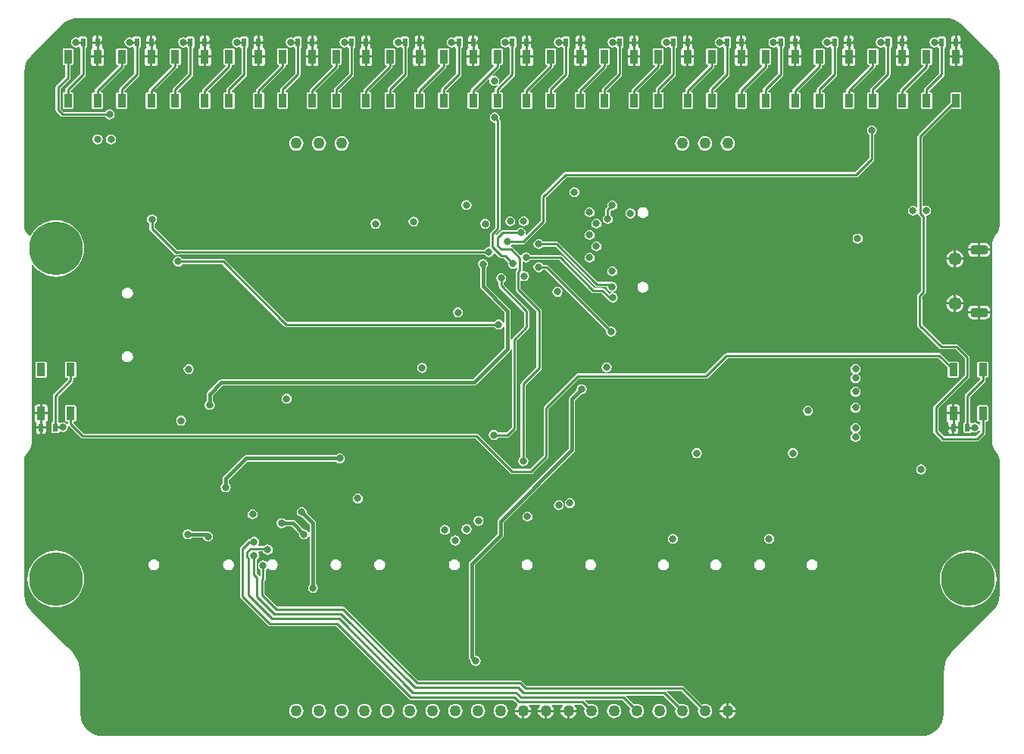
<source format=gtl>
%FSTAX23Y23*%
%MOIN*%
%SFA1B1*%

%IPPOS*%
%AMD17*
4,1,8,0.037400,-0.009800,0.037400,0.009800,0.027600,0.019700,-0.027600,0.019700,-0.037400,0.009800,-0.037400,-0.009800,-0.027600,-0.019700,0.027600,-0.019700,0.037400,-0.009800,0.0*
1,1,0.019685,0.027600,-0.009800*
1,1,0.019685,0.027600,0.009800*
1,1,0.019685,-0.027600,0.009800*
1,1,0.019685,-0.027600,-0.009800*
%
%ADD10R,0.035433X0.059055*%
%ADD11R,0.021654X0.037401*%
%ADD12C,0.010000*%
%ADD13C,0.015000*%
%ADD14C,0.050000*%
%ADD15C,0.236220*%
%ADD16C,0.057087*%
G04~CAMADD=17~8~0.0~0.0~393.7~748.0~98.4~0.0~15~0.0~0.0~0.0~0.0~0~0.0~0.0~0.0~0.0~0~0.0~0.0~0.0~270.0~748.0~394.0*
%ADD17D17*%
%ADD18C,0.031496*%
%ADD19C,0.019685*%
%LNpcb_singleledrow-1*%
%LPD*%
G36*
X01928Y018D02*
X01947Y01794D01*
X01965Y01785*
X0198Y01773*
X0198Y01772*
X02116Y01636*
X02117Y01635*
X02129Y0162*
X02139Y01603*
X02144Y01584*
X02146Y01565*
X02146Y01564*
Y01475*
Y00895*
Y00887*
X02146Y00886*
X02145Y00874*
X02139Y00861*
X02134Y00855*
X02131Y00851*
X02122Y00839*
X02116Y00825*
X02114Y00811*
X02114*
Y-0007*
X02114*
X02116Y-00085*
X02122Y-00098*
X02131Y-0011*
X02134Y-00114*
X02139Y-00121*
X02145Y-00133*
X02146Y-00145*
X02146Y-00146*
Y-00155*
Y-00639*
Y-00737*
X02146Y-00738*
X02144Y-00757*
X02139Y-00776*
X02129Y-00794*
X02117Y-00808*
X02116Y-00809*
X01955Y-0097*
X01941Y-00984*
X01941Y-00984*
X01927Y-01001*
X01915Y-0102*
X01907Y-0104*
X01902Y-01061*
X019Y-01083*
X019*
Y-01262*
X019Y-01263*
X01898Y-01281*
X01893Y-01299*
X01884Y-01315*
X01873Y-01329*
X01872Y-0133*
X01871Y-01331*
X01857Y-01343*
X01839Y-01352*
X0182Y-01358*
X01801Y-0136*
X018Y-01359*
X-018*
X-01801Y-0136*
X-0182Y-01358*
X-01839Y-01352*
X-01857Y-01343*
X-01871Y-01331*
X-01872Y-0133*
X-01873Y-01329*
X-01884Y-01315*
X-01893Y-01299*
X-01898Y-01281*
X-019Y-01263*
X-019Y-01262*
Y-01083*
X-019*
X-01902Y-01061*
X-01907Y-0104*
X-01915Y-0102*
X-01927Y-01001*
X-01941Y-00984*
X-01941Y-00984*
X-01955Y-0097*
X-02116Y-00809*
X-02117Y-00808*
X-02129Y-00794*
X-02139Y-00776*
X-02144Y-00757*
X-02146Y-00738*
X-02146Y-00737*
Y-00155*
Y-00146*
X-02146Y-00145*
X-02145Y-00133*
X-02139Y-00121*
X-02134Y-00114*
X-02131Y-0011*
X-02122Y-00098*
X-02116Y-00085*
X-02114Y-0007*
X-02114*
Y00715*
X-0211Y00716*
X-02108Y00714*
X-02095Y00699*
X-02081Y00686*
X-02064Y00676*
X-02046Y00669*
X-02027Y00664*
X-02007Y00662*
X-01988Y00664*
X-01969Y00669*
X-01951Y00676*
X-01934Y00686*
X-01919Y00699*
X-01907Y00714*
X-01896Y0073*
X-01889Y00748*
X-01884Y00767*
X-01883Y00787*
X-01884Y00806*
X-01889Y00825*
X-01896Y00843*
X-01907Y0086*
X-01919Y00875*
X-01934Y00888*
X-01951Y00898*
X-01969Y00905*
X-01988Y0091*
X-02007Y00911*
X-02027Y0091*
X-02046Y00905*
X-02064Y00898*
X-02081Y00888*
X-02095Y00875*
X-02108Y0086*
X-02118Y00843*
X-02119Y00843*
X-02124Y00842*
X-02131Y00851*
X-02134Y00855*
X-02139Y00861*
X-02145Y00874*
X-02146Y00886*
X-02146Y00887*
Y00895*
Y01475*
Y01564*
X-02146Y01565*
X-02144Y01584*
X-02139Y01603*
X-02129Y0162*
X-02117Y01635*
X-02116Y01636*
X-0198Y01772*
X-0198Y01773*
X-01965Y01785*
X-01947Y01794*
X-01928Y018*
X-01909Y01802*
X-01908Y01802*
X01908*
X01909Y01802*
X01928Y018*
G37*
%LNpcb_singleledrow-2*%
%LPC*%
G36*
X01881Y00326D02*
D01*
X00944*
X0094Y00325*
X00936Y00322*
X0085Y00236*
X0029*
X00285Y00235*
X00282Y00232*
X00142Y00093*
X0014Y00089*
X00139Y00085*
Y-00124*
X0008Y-00183*
X00004*
X-00147Y-00031*
X-00151Y-00029*
X-00155Y-00028*
X-01885*
X-01931Y00018*
Y00025*
X-01925*
X-0192Y00026*
X-01918Y00031*
Y0009*
X-0192Y00095*
X-01925Y00097*
X-0196*
X-01965Y00095*
X-01967Y0009*
Y00031*
X-01965Y00026*
X-0196Y00025*
X-01954*
Y00014*
X-01957Y00013*
X-01958Y00013*
X-0196Y00015*
X-01967Y0002*
X-01976Y00022*
X-01984Y0002*
X-01987Y00018*
X-01994Y0002*
X-01994Y00021*
X-01998Y00023*
Y00135*
X-01934Y00198*
X-01932Y00202*
X-01931Y00206*
Y00217*
X-01925*
X-0192Y00219*
X-01918Y00224*
Y00283*
X-0192Y00288*
X-01925Y00289*
X-0196*
X-01965Y00288*
X-01967Y00283*
Y00224*
X-01965Y00219*
X-0196Y00217*
X-01954*
Y00211*
X-02017Y00147*
X-0202Y00144*
X-02021Y00139*
Y00023*
X-02025Y00021*
X-02027Y00016*
Y-0002*
X-02025Y-00025*
X-0202Y-00027*
X-01999*
X-01994Y-00025*
X-01992Y-00021*
X-01991Y-0002*
X-01987Y-00018*
X-01984Y-0002*
X-01976Y-00022*
X-01967Y-0002*
X-0196Y-00015*
X-01955Y-00008*
X-01954Y0*
X-01954Y00002*
X-01953Y00004*
X-0195Y00005*
X-01897Y-00047*
X-01894Y-00049*
X-01889Y-0005*
X-0016*
X-00007Y-00202*
X-00004Y-00205*
X0Y-00206*
X00085*
X00089Y-00205*
X00092Y-00202*
X00158Y-00137*
X0016Y-00133*
X00161Y-00129*
Y0008*
X00294Y00213*
X00854*
X00859Y00214*
X00862Y00217*
X00949Y00303*
X01877*
X01918Y00262*
Y00224*
X0192Y00219*
X01925Y00217*
X0196*
X01965Y00219*
X01967Y00224*
Y00283*
X01965Y00288*
X0196Y00289*
X01925*
X01923Y00289*
X01889Y00322*
X01886Y00325*
X01881Y00326*
G37*
G36*
X-01691Y00335D02*
X-01692Y00335D01*
X-01694Y00335*
X-01701Y00334*
X-01702Y00333*
X-01703Y00333*
X-01709Y00329*
X-0171Y00328*
X-01711Y00327*
X-01715Y00321*
X-01715Y0032*
X-01715Y00319*
X-01717Y00312*
X-01717Y00311*
X-01717Y00311*
X-01717Y0031*
X-01717Y00309*
X-01715Y00302*
X-01715Y00301*
X-01715Y003*
X-01711Y00294*
X-0171Y00293*
X-01709Y00292*
X-01703Y00288*
X-01702Y00288*
X-01701Y00287*
X-01694Y00286*
X-01692Y00286*
X-01691Y00286*
X-01684Y00287*
X-01683Y00288*
X-01682Y00288*
X-01676Y00292*
X-01675Y00293*
X-01674Y00294*
X-0167Y003*
X-0167Y00301*
X-01669Y00302*
X-01668Y00309*
X-01668Y0031*
X-01668Y00311*
X-01668Y00311*
X-01668Y00312*
X-01669Y00319*
X-0167Y0032*
X-0167Y00321*
X-01674Y00327*
X-01675Y00328*
X-01676Y00329*
X-01682Y00333*
X-01683Y00333*
X-01684Y00334*
X-01691Y00335*
G37*
G36*
X00118Y00726D02*
X00109Y00725D01*
X00102Y0072*
X00097Y00713*
X00095Y00704*
X00097Y00696*
X00102Y00689*
X00109Y00684*
X00118Y00682*
X00126Y00684*
X00133Y00689*
X00136Y00693*
X00148*
X00415Y00426*
X00414Y00421*
X00416Y00412*
X00421Y00405*
X00428Y004*
X00437Y00399*
X00445Y004*
X00452Y00405*
X00457Y00412*
X00459Y00421*
X00457Y00429*
X00452Y00436*
X00445Y00441*
X00437Y00443*
X00431Y00442*
X00161Y00712*
X00157Y00715*
X00153Y00715*
X00136*
X00133Y0072*
X00126Y00725*
X00118Y00726*
G37*
G36*
X00417Y00285D02*
X00408Y00284D01*
X00401Y00279*
X00396Y00272*
X00395Y00263*
X00396Y00255*
X00401Y00248*
X00408Y00243*
X00417Y00241*
X00425Y00243*
X00433Y00248*
X00437Y00255*
X00439Y00263*
X00437Y00272*
X00433Y00279*
X00425Y00284*
X00417Y00285*
G37*
G36*
X-02055Y00289D02*
X-0209D01*
X-02095Y00288*
X-02097Y00283*
Y00224*
X-02095Y00219*
X-0209Y00217*
X-02055*
X-0205Y00219*
X-02048Y00224*
Y00283*
X-0205Y00288*
X-02055Y00289*
G37*
G36*
X-01423Y00278D02*
X-01431Y00276D01*
X-01438Y00271*
X-01443Y00264*
X-01445Y00255*
X-01443Y00247*
X-01438Y0024*
X-01431Y00235*
X-01423Y00233*
X-01414Y00235*
X-01407Y0024*
X-01402Y00247*
X-01401Y00255*
X-01402Y00264*
X-01407Y00271*
X-01414Y00276*
X-01423Y00278*
G37*
G36*
X-00395Y00283D02*
X-00404Y00282D01*
X-00411Y00277*
X-00416Y0027*
X-00417Y00261*
X-00416Y00253*
X-00411Y00246*
X-00404Y00241*
X-00395Y00239*
X-00387Y00241*
X-00379Y00246*
X-00375Y00253*
X-00373Y00261*
X-00375Y0027*
X-00379Y00277*
X-00387Y00282*
X-00395Y00283*
G37*
G36*
X01988Y0054D02*
X01954D01*
Y00507*
X01959Y00507*
X01969Y00511*
X01977Y00517*
X01983Y00525*
X01987Y00535*
X01988Y0054*
G37*
G36*
X02051Y00535D02*
X02028D01*
X0202Y00534*
X02014Y0053*
X02009Y00523*
X02008Y00515*
Y0051*
X02051*
Y00535*
G37*
G36*
X02083D02*
X02061D01*
Y0051*
X02103*
Y00515*
X02102Y00523*
X02097Y0053*
X02091Y00534*
X02083Y00535*
G37*
G36*
X01944Y0054D02*
X01911D01*
X01912Y00535*
X01916Y00525*
X01922Y00517*
X0193Y00511*
X01939Y00507*
X01944Y00507*
Y0054*
G37*
G36*
X02051Y005D02*
X02008D01*
Y00496*
X02009Y00488*
X02014Y00481*
X0202Y00477*
X02028Y00475*
X02051*
Y005*
G37*
G36*
X02103D02*
X02061D01*
Y00475*
X02083*
X02091Y00477*
X02097Y00481*
X02102Y00488*
X02103Y00496*
Y005*
G37*
G36*
X-00238Y00528D02*
X-00246Y00526D01*
X-00253Y00521*
X-00258Y00514*
X-0026Y00505*
X-00258Y00497*
X-00253Y0049*
X-00246Y00485*
X-00238Y00483*
X-00229Y00485*
X-00222Y0049*
X-00217Y00497*
X-00216Y00505*
X-00217Y00514*
X-00222Y00521*
X-00229Y00526*
X-00238Y00528*
G37*
G36*
X01303Y00095D02*
X01294Y00093D01*
X01287Y00088*
X01282Y00081*
X0128Y00073*
X01282Y00064*
X01287Y00057*
X01294Y00052*
X01303Y00051*
X01311Y00052*
X01318Y00057*
X01323Y00064*
X01325Y00073*
X01323Y00081*
X01318Y00088*
X01311Y00093*
X01303Y00095*
G37*
G36*
X01512Y00108D02*
X01503Y00106D01*
X01496Y00101*
X01491Y00094*
X0149Y00086*
X01491Y00077*
X01496Y0007*
X01503Y00065*
X01512Y00064*
X0152Y00065*
X01528Y0007*
X01532Y00077*
X01534Y00086*
X01532Y00094*
X01528Y00101*
X0152Y00106*
X01512Y00108*
G37*
G36*
X-02077Y001D02*
X-0209D01*
X-02094Y00099*
X-02097Y00097*
X-02099Y00094*
X-021Y0009*
Y00066*
X-02077*
Y001*
G37*
G36*
X-01456Y00051D02*
X-01465Y0005D01*
X-01472Y00045*
X-01477Y00038*
X-01478Y00029*
X-01477Y00021*
X-01472Y00013*
X-01465Y00009*
X-01456Y00007*
X-01448Y00009*
X-01441Y00013*
X-01436Y00021*
X-01434Y00029*
X-01436Y00038*
X-01441Y00045*
X-01448Y0005*
X-01456Y00051*
G37*
G36*
X01963Y-00006D02*
X01947D01*
Y-0003*
X01953*
X01957Y-0003*
X0196Y-00027*
X01963Y-00024*
X01963Y-0002*
Y-00006*
G37*
G36*
X-0147Y00752D02*
X-01478Y0075D01*
X-01485Y00745*
X-0149Y00738*
X-01492Y0073*
X-0149Y00721*
X-01485Y00714*
X-01478Y00709*
X-0147Y00707*
X-01461Y00709*
X-01454Y00714*
X-01451Y00718*
X-01275*
X-01002Y00444*
X-00998Y00442*
X-00994Y00441*
X-00077*
X-00074Y00437*
X-00067Y00432*
X-00059Y0043*
X-0005Y00432*
X-00043Y00437*
X-00038Y00444*
X-00038Y00444*
X-00033Y00444*
Y0035*
X-00173Y0021*
X-01279*
X-01284Y00209*
X-01289Y00206*
X-0134Y00155*
X-01343Y0015*
X-01344Y00145*
Y00115*
X-01346Y00114*
X-01351Y00106*
X-01352Y00098*
X-01351Y00089*
X-01346Y00082*
X-01339Y00077*
X-0133Y00076*
X-01322Y00077*
X-01315Y00082*
X-0131Y00089*
X-01308Y00098*
X-0131Y00106*
X-01315Y00114*
X-01316Y00115*
Y00139*
X-01273Y00183*
X-00167*
X-00162Y00184*
X-00157Y00187*
X-00009Y00334*
X-00006Y00339*
X-00006Y00343*
X-00001Y00342*
Y0*
X-00024Y-00023*
X-00061*
X-00064Y-00019*
X-00071Y-00014*
X-0008Y-00012*
X-00088Y-00014*
X-00095Y-00019*
X-001Y-00026*
X-00102Y-00035*
X-001Y-00043*
X-00095Y-0005*
X-00088Y-00055*
X-0008Y-00057*
X-00071Y-00055*
X-00064Y-0005*
X-00061Y-00046*
X-0002*
X-00015Y-00045*
X-00012Y-00042*
X00017Y-00012*
X0002Y-00009*
X00021Y-00005*
Y0038*
X00072Y00432*
X00075Y00435*
X00076Y0044*
Y0051*
X00075Y00514*
X00072Y00517*
X-00036Y00627*
Y00637*
X-00032Y0064*
X-00027Y00648*
X-00025Y00656*
X-00027Y00664*
X-00032Y00672*
X-00039Y00676*
X-00048Y00678*
X-00056Y00676*
X-00063Y00672*
X-00068Y00664*
X-0007Y00656*
X-00068Y00648*
X-00063Y0064*
X-00059Y00637*
Y00623*
X-00058Y00618*
X-00056Y00615*
X00053Y00505*
Y00444*
X00002Y00392*
X0Y00389*
X0Y00386*
X-00005Y00386*
Y00511*
X-00006Y00517*
X-00009Y00521*
X-00114Y00625*
Y00701*
X-00112Y00702*
X-00107Y0071*
X-00105Y00718*
X-00107Y00726*
X-00112Y00734*
X-00119Y00738*
X-00127Y0074*
X-00136Y00738*
X-00143Y00734*
X-00148Y00726*
X-0015Y00718*
X-00148Y0071*
X-00143Y00702*
X-00141Y00701*
Y0062*
X-0014Y00614*
X-00137Y0061*
X-00033Y00506*
Y00461*
X-00038Y0046*
X-00038Y00461*
X-00043Y00468*
X-0005Y00473*
X-00059Y00474*
X-00067Y00473*
X-00074Y00468*
X-00077Y00463*
X-00989*
X-01263Y00737*
X-01267Y0074*
X-01271Y00741*
X-01451*
X-01454Y00745*
X-01461Y0075*
X-0147Y00752*
G37*
G36*
X-02044Y00056D02*
X-02072D01*
X-021*
Y00031*
X-02099Y00027*
X-02097Y00024*
X-02094Y00022*
X-02093Y00016*
X-02093Y00016*
Y00003*
X-02072*
X-02051*
Y00016*
X-02052Y0002*
X-02048Y00023*
X-02047Y00024*
X-02045Y00027*
X-02044Y00031*
Y00056*
G37*
G36*
X01512Y00178D02*
X01503Y00176D01*
X01496Y00171*
X01491Y00164*
X0149Y00156*
X01491Y00147*
X01496Y0014*
X01503Y00135*
X01512Y00134*
X0152Y00135*
X01528Y0014*
X01532Y00147*
X01534Y00156*
X01532Y00164*
X01528Y00171*
X0152Y00176*
X01512Y00178*
G37*
G36*
X00307Y00189D02*
X00298Y00187D01*
X00291Y00183*
X00286Y00175*
X00284Y00167*
X00285Y00165*
X00255Y00134*
X00252Y0013*
X00251Y00125*
Y-00094*
X-00059Y-00405*
X-00062Y-00409*
X-00063Y-00415*
Y-00469*
X-00186Y-00592*
X-00189Y-00596*
X-0019Y-00602*
Y-01012*
X-00189Y-01018*
X-00186Y-01022*
X-00181Y-01027*
X-00182Y-0103*
X-0018Y-01038*
X-00175Y-01045*
X-00168Y-0105*
X-0016Y-01052*
X-00151Y-0105*
X-00144Y-01045*
X-00139Y-01038*
X-00137Y-0103*
X-00139Y-01021*
X-00144Y-01014*
X-00151Y-01009*
X-0016Y-01007*
X-00163Y-01003*
Y-00607*
X-0004Y-00484*
X-00037Y-0048*
X-00036Y-00475*
Y-0042*
X00274Y-00109*
X00277Y-00105*
X00278Y-001*
Y00119*
X00304Y00145*
X00307Y00145*
X00315Y00146*
X00322Y00151*
X00327Y00158*
X00329Y00167*
X00327Y00175*
X00322Y00183*
X00315Y00187*
X00307Y00189*
G37*
G36*
X01512Y00278D02*
X01503Y00276D01*
X01496Y00271*
X01491Y00264*
X0149Y00256*
X01491Y00247*
X01496Y0024*
X01499Y00238*
Y00233*
X01496Y00231*
X01491Y00224*
X0149Y00216*
X01491Y00207*
X01496Y002*
X01503Y00195*
X01512Y00194*
X0152Y00195*
X01528Y002*
X01532Y00207*
X01534Y00216*
X01532Y00224*
X01528Y00231*
X01525Y00233*
Y00238*
X01528Y0024*
X01532Y00247*
X01534Y00256*
X01532Y00264*
X01528Y00271*
X0152Y00276*
X01512Y00278*
G37*
G36*
X-00992Y00148D02*
X-01Y00146D01*
X-01007Y00141*
X-01012Y00134*
X-01014Y00125*
X-01012Y00117*
X-01007Y0011*
X-01Y00105*
X-00992Y00103*
X-00983Y00105*
X-00976Y0011*
X-00971Y00117*
X-00969Y00125*
X-00971Y00134*
X-00976Y00141*
X-00983Y00146*
X-00992Y00148*
G37*
G36*
X01937Y001D02*
X01925D01*
X01921Y00099*
X01917Y00097*
X01915Y00094*
X01915Y0009*
Y00066*
X01937*
Y001*
G37*
G36*
X-02055D02*
X-02067D01*
Y00066*
X-02044*
Y0009*
X-02045Y00094*
X-02047Y00097*
X-02051Y00099*
X-02055Y001*
G37*
G36*
X0196D02*
X01947D01*
Y00066*
X0197*
Y0009*
X0197Y00094*
X01967Y00097*
X01964Y00099*
X0196Y001*
G37*
G36*
X-006Y00917D02*
X-00608Y00916D01*
X-00616Y00911*
X-0062Y00904*
X-00622Y00895*
X-0062Y00887*
X-00616Y00879*
X-00608Y00875*
X-006Y00873*
X-00591Y00875*
X-00584Y00879*
X-00579Y00887*
X-00578Y00895*
X-00579Y00904*
X-00584Y00911*
X-00591Y00916*
X-006Y00917*
G37*
G36*
X-00118D02*
X-00126Y00916D01*
X-00133Y00911*
X-00138Y00904*
X-0014Y00895*
X-00138Y00887*
X-00133Y00879*
X-00126Y00875*
X-00118Y00873*
X-00109Y00875*
X-00102Y00879*
X-00097Y00887*
X-00095Y00895*
X-00097Y00904*
X-00102Y00911*
X-00109Y00916*
X-00118Y00917*
G37*
G36*
X00371Y00918D02*
X00363Y00916D01*
X00356Y00912*
X00351Y00904*
X00349Y00896*
X00351Y00888*
X00356Y0088*
X00363Y00876*
X00371Y00874*
X0038Y00876*
X00387Y0088*
X00392Y00888*
X00394Y00896*
X00392Y00904*
X00387Y00912*
X0038Y00916*
X00371Y00918*
G37*
G36*
X00341Y00868D02*
X00333Y00866D01*
X00326Y00862*
X00321Y00854*
X00319Y00846*
X00321Y00838*
X00326Y0083*
X00333Y00826*
X00341Y00824*
X0035Y00826*
X00357Y0083*
X00362Y00838*
X00364Y00846*
X00362Y00854*
X00357Y00862*
X0035Y00866*
X00341Y00868*
G37*
G36*
X02051Y00811D02*
X02028D01*
X0202Y0081*
X02014Y00805*
X02009Y00799*
X02008Y00791*
Y00786*
X02051*
Y00811*
G37*
G36*
X02083D02*
X02061D01*
Y00786*
X02103*
Y00791*
X02102Y00799*
X02097Y00805*
X02091Y0081*
X02083Y00811*
G37*
G36*
X01521Y00852D02*
X01513Y00851D01*
X01505Y00846*
X01501Y00839*
X01499Y0083*
X01501Y00822*
X01505Y00815*
X01513Y0081*
X01521Y00808*
X0153Y0081*
X01537Y00815*
X01542Y00822*
X01543Y0083*
X01542Y00839*
X01537Y00846*
X0153Y00851*
X01521Y00852*
G37*
G36*
X00341Y00968D02*
X00333Y00966D01*
X00326Y00962*
X00321Y00954*
X00319Y00946*
X00321Y00938*
X00326Y0093*
X00333Y00926*
X00341Y00924*
X0035Y00926*
X00357Y0093*
X00362Y00938*
X00364Y00946*
X00362Y00954*
X00357Y00962*
X0035Y00966*
X00341Y00968*
G37*
G36*
X00441Y00998D02*
X00433Y00996D01*
X00426Y00992*
X00421Y00984*
X00419Y00976*
X0042Y00971*
X00413Y00964*
X00411Y0096*
X0041Y00956*
Y00935*
X00406Y00932*
X00401Y00924*
X00399Y00916*
X00401Y00908*
X00406Y009*
X00413Y00896*
X00421Y00894*
X0043Y00896*
X00437Y009*
X00442Y00908*
X00444Y00916*
X00442Y00924*
X00437Y00932*
X00433Y00935*
Y00951*
X00436Y00955*
X00441Y00954*
X0045Y00956*
X00457Y0096*
X00462Y00968*
X00464Y00976*
X00462Y00984*
X00457Y00992*
X0045Y00996*
X00441Y00998*
G37*
G36*
X-002Y01D02*
X-00209Y00998D01*
X-00216Y00994*
X-00221Y00986*
X-00222Y00978*
X-00221Y00969*
X-00216Y00962*
X-00209Y00957*
X-002Y00956*
X-00192Y00957*
X-00185Y00962*
X-0018Y00969*
X-00178Y00978*
X-0018Y00986*
X-00185Y00994*
X-00192Y00998*
X-002Y01*
G37*
G36*
X00521Y00963D02*
X00513Y00962D01*
X00506Y00957*
X00501Y0095*
X00499Y00941*
X00501Y00933*
X00506Y00925*
X00513Y00921*
X00521Y00919*
X0053Y00921*
X00537Y00925*
X00542Y00933*
X00544Y00941*
X00542Y0095*
X00537Y00957*
X0053Y00962*
X00521Y00963*
G37*
G36*
X-00433Y00927D02*
X-00441Y00925D01*
X-00448Y00921*
X-00453Y00913*
X-00455Y00905*
X-00453Y00897*
X-00448Y00889*
X-00441Y00885*
X-00433Y00883*
X-00424Y00885*
X-00417Y00889*
X-00412Y00897*
X-0041Y00905*
X-00412Y00913*
X-00417Y00921*
X-00424Y00925*
X-00433Y00927*
G37*
G36*
X-00008Y00928D02*
X-00016Y00926D01*
X-00023Y00922*
X-00028Y00914*
X-0003Y00906*
X-00028Y00898*
X-00023Y0089*
X-00016Y00886*
X-00008Y00884*
X0Y00886*
X00007Y0089*
X00012Y00898*
X00014Y00906*
X00012Y00914*
X00007Y00922*
X0Y00926*
X-00008Y00928*
G37*
G36*
X00051D02*
X00043Y00926D01*
X00036Y00922*
X00031Y00914*
X00029Y00906*
X00031Y00898*
X00036Y0089*
X00043Y00886*
X00051Y00884*
X0006Y00886*
X00067Y0089*
X00072Y00898*
X00074Y00906*
X00072Y00914*
X00067Y00922*
X0006Y00926*
X00051Y00928*
G37*
G36*
X00578Y00641D02*
X00576Y0064D01*
X00575Y00641*
X00568Y00639*
X00567Y00639*
X00566Y00638*
X0056Y00634*
X00559Y00633*
X00558Y00633*
X00554Y00627*
X00554Y00625*
X00553Y00624*
X00552Y00618*
X00552Y00617*
X00552Y00616*
X00552Y00616*
X00552Y00615*
X00553Y00608*
X00554Y00607*
X00554Y00606*
X00558Y006*
X00559Y00599*
X0056Y00598*
X00566Y00594*
X00567Y00594*
X00568Y00593*
X00575Y00592*
X00576Y00592*
X00578Y00592*
X00585Y00593*
X00586Y00594*
X00587Y00594*
X00593Y00598*
X00594Y00599*
X00595Y006*
X00599Y00606*
X00599Y00607*
X006Y00608*
X00601Y00615*
X00601Y00616*
X00601Y00616*
X00601Y00617*
X00601Y00618*
X006Y00624*
X00599Y00625*
X00599Y00627*
X00595Y00633*
X00594Y00633*
X00593Y00634*
X00587Y00638*
X00586Y00639*
X00585Y00639*
X00578Y00641*
G37*
G36*
X00441Y00708D02*
X00433Y00706D01*
X00426Y00702*
X00421Y00694*
X00419Y00686*
X00421Y00678*
X00426Y0067*
X00433Y00666*
X00441Y00664*
X0045Y00666*
X00457Y0067*
X00462Y00678*
X00464Y00686*
X00462Y00694*
X00457Y00702*
X0045Y00706*
X00441Y00708*
G37*
G36*
X01988Y00737D02*
X01954D01*
Y00703*
X01959Y00704*
X01969Y00708*
X01977Y00714*
X01983Y00722*
X01987Y00732*
X01988Y00737*
G37*
G36*
X-01691Y00614D02*
X-01692Y00614D01*
X-01694Y00614*
X-01701Y00613*
X-01702Y00612*
X-01703Y00612*
X-01709Y00608*
X-0171Y00607*
X-01711Y00606*
X-01715Y00601*
X-01715Y00599*
X-01715Y00598*
X-01717Y00591*
X-01717Y00591*
X-01717Y0059*
X-01717Y00589*
X-01717Y00589*
X-01715Y00582*
X-01715Y00581*
X-01715Y0058*
X-01711Y00574*
X-0171Y00573*
X-01709Y00572*
X-01703Y00568*
X-01702Y00568*
X-01701Y00567*
X-01694Y00566*
X-01692Y00566*
X-01691Y00566*
X-01684Y00567*
X-01683Y00568*
X-01682Y00568*
X-01676Y00572*
X-01675Y00573*
X-01674Y00574*
X-0167Y0058*
X-0167Y00581*
X-01669Y00582*
X-01668Y00589*
X-01668Y00589*
X-01668Y0059*
X-01668Y00591*
X-01668Y00591*
X-01669Y00598*
X-0167Y00599*
X-0167Y00601*
X-01674Y00606*
X-01675Y00607*
X-01676Y00608*
X-01682Y00612*
X-01683Y00612*
X-01684Y00613*
X-01691Y00614*
G37*
G36*
X01944Y00583D02*
X01939Y00582D01*
X0193Y00578*
X01922Y00572*
X01916Y00564*
X01912Y00555*
X01911Y0055*
X01944*
Y00583*
G37*
G36*
X01954D02*
Y0055D01*
X01988*
X01987Y00555*
X01983Y00564*
X01977Y00572*
X01969Y00578*
X01959Y00582*
X01954Y00583*
G37*
G36*
X002Y00618D02*
X00192Y00616D01*
X00185Y00612*
X0018Y00604*
X00178Y00596*
X0018Y00587*
X00185Y0058*
X00192Y00575*
X002Y00574*
X00209Y00575*
X00216Y0058*
X00221Y00587*
X00222Y00596*
X00221Y00604*
X00216Y00612*
X00209Y00616*
X002Y00618*
G37*
G36*
X02051Y00776D02*
X02008D01*
Y00771*
X02009Y00763*
X02014Y00757*
X0202Y00752*
X02028Y00751*
X02051*
Y00776*
G37*
G36*
X02103D02*
X02061D01*
Y00751*
X02083*
X02091Y00752*
X02097Y00757*
X02102Y00763*
X02103Y00771*
Y00776*
G37*
G36*
X00371Y00818D02*
X00363Y00816D01*
X00356Y00812*
X00351Y00804*
X00349Y00796*
X00351Y00788*
X00356Y0078*
X00363Y00776*
X00371Y00774*
X0038Y00776*
X00387Y0078*
X00392Y00788*
X00394Y00796*
X00392Y00804*
X00387Y00812*
X0038Y00816*
X00371Y00818*
G37*
G36*
X01954Y0078D02*
Y00747D01*
X01988*
X01987Y00752*
X01983Y00761*
X01977Y00769*
X01969Y00775*
X01959Y00779*
X01954Y0078*
G37*
G36*
X01944Y00737D02*
X01911D01*
X01912Y00732*
X01916Y00722*
X01922Y00714*
X0193Y00708*
X01939Y00704*
X01944Y00703*
Y00737*
G37*
G36*
X00341Y00768D02*
X00333Y00766D01*
X00326Y00762*
X00321Y00754*
X00319Y00746*
X00321Y00738*
X00326Y0073*
X00333Y00726*
X00341Y00724*
X0035Y00726*
X00357Y0073*
X00362Y00738*
X00364Y00746*
X00362Y00754*
X00357Y00762*
X0035Y00766*
X00341Y00768*
G37*
G36*
X01944Y0078D02*
X01939Y00779D01*
X0193Y00775*
X01922Y00769*
X01916Y00761*
X01912Y00752*
X01911Y00747*
X01944*
Y0078*
G37*
G36*
X0045Y-01218D02*
X00441Y-01219D01*
X00434Y-01222*
X00427Y-01227*
X00422Y-01234*
X00419Y-01241*
X00418Y-0125*
X00419Y-01258*
X00422Y-01265*
X00427Y-01272*
X00434Y-01277*
X00441Y-0128*
X0045Y-01281*
X00458Y-0128*
X00465Y-01277*
X00472Y-01272*
X00477Y-01265*
X0048Y-01258*
X00481Y-0125*
X0048Y-01241*
X00477Y-01234*
X00472Y-01227*
X00465Y-01222*
X00458Y-01219*
X0045Y-01218*
G37*
G36*
X0065D02*
X00641Y-01219D01*
X00634Y-01222*
X00627Y-01227*
X00622Y-01234*
X00619Y-01241*
X00618Y-0125*
X00619Y-01258*
X00622Y-01265*
X00627Y-01272*
X00634Y-01277*
X00641Y-0128*
X0065Y-01281*
X00658Y-0128*
X00665Y-01277*
X00672Y-01272*
X00677Y-01265*
X0068Y-01258*
X00681Y-0125*
X0068Y-01241*
X00677Y-01234*
X00672Y-01227*
X00665Y-01222*
X00658Y-01219*
X0065Y-01218*
G37*
G36*
X00945Y-01215D02*
X0094Y-01215D01*
X00932Y-01219*
X00925Y-01225*
X00919Y-01232*
X00915Y-0124*
X00915Y-01245*
X00945*
Y-01215*
G37*
G36*
X-0005Y-01218D02*
X-00058Y-01219D01*
X-00065Y-01222*
X-00072Y-01227*
X-00077Y-01234*
X-0008Y-01241*
X-00081Y-0125*
X-0008Y-01258*
X-00077Y-01265*
X-00072Y-01272*
X-00065Y-01277*
X-00058Y-0128*
X-0005Y-01281*
X-00041Y-0128*
X-00034Y-01277*
X-00027Y-01272*
X-00022Y-01265*
X-00019Y-01258*
X-00018Y-0125*
X-00019Y-01241*
X-00022Y-01234*
X-00027Y-01227*
X-00034Y-01222*
X-00041Y-01219*
X-0005Y-01218*
G37*
G36*
X-0035D02*
X-00358Y-01219D01*
X-00365Y-01222*
X-00372Y-01227*
X-00377Y-01234*
X-0038Y-01241*
X-00381Y-0125*
X-0038Y-01258*
X-00377Y-01265*
X-00372Y-01272*
X-00365Y-01277*
X-00358Y-0128*
X-0035Y-01281*
X-00341Y-0128*
X-00334Y-01277*
X-00327Y-01272*
X-00322Y-01265*
X-00319Y-01258*
X-00318Y-0125*
X-00319Y-01241*
X-00322Y-01234*
X-00327Y-01227*
X-00334Y-01222*
X-00341Y-01219*
X-0035Y-01218*
G37*
G36*
X-0025D02*
X-00258Y-01219D01*
X-00265Y-01222*
X-00272Y-01227*
X-00277Y-01234*
X-0028Y-01241*
X-00281Y-0125*
X-0028Y-01258*
X-00277Y-01265*
X-00272Y-01272*
X-00265Y-01277*
X-00258Y-0128*
X-0025Y-01281*
X-00241Y-0128*
X-00234Y-01277*
X-00227Y-01272*
X-00222Y-01265*
X-00219Y-01258*
X-00218Y-0125*
X-00219Y-01241*
X-00222Y-01234*
X-00227Y-01227*
X-00234Y-01222*
X-00241Y-01219*
X-0025Y-01218*
G37*
G36*
X-0015D02*
X-00158Y-01219D01*
X-00165Y-01222*
X-00172Y-01227*
X-00177Y-01234*
X-0018Y-01241*
X-00181Y-0125*
X-0018Y-01258*
X-00177Y-01265*
X-00172Y-01272*
X-00165Y-01277*
X-00158Y-0128*
X-0015Y-01281*
X-00141Y-0128*
X-00134Y-01277*
X-00127Y-01272*
X-00122Y-01265*
X-00119Y-01258*
X-00118Y-0125*
X-00119Y-01241*
X-00122Y-01234*
X-00127Y-01227*
X-00134Y-01222*
X-00141Y-01219*
X-0015Y-01218*
G37*
G36*
X-01248Y-00581D02*
X-01248Y-00581D01*
X-01249Y-00581*
X-01256Y-00583*
X-01257Y-00583*
X-01258Y-00584*
X-01264Y-00588*
X-01265Y-00589*
X-01266Y-00589*
X-0127Y-00595*
X-0127Y-00597*
X-01271Y-00598*
X-01272Y-00605*
X-01272Y-00606*
X-01272Y-00607*
X-01271Y-00614*
X-0127Y-00615*
X-0127Y-00616*
X-01266Y-00622*
X-01265Y-00623*
X-01264Y-00624*
X-01258Y-00628*
X-01257Y-00628*
X-01256Y-00629*
X-01249Y-0063*
X-01248Y-0063*
X-01248Y-0063*
X-01247Y-0063*
X-01246Y-0063*
X-01239Y-00629*
X-01238Y-00628*
X-01237Y-00628*
X-01231Y-00624*
X-0123Y-00623*
X-01229Y-00622*
X-01225Y-00616*
X-01225Y-00615*
X-01224Y-00614*
X-01223Y-00607*
X-01223Y-00606*
X-01223Y-00605*
X-01224Y-00598*
X-01225Y-00597*
X-01225Y-00595*
X-01229Y-00589*
X-0123Y-00589*
X-01231Y-00588*
X-01237Y-00584*
X-01238Y-00583*
X-01239Y-00583*
X-01246Y-00581*
X-01247Y-00581*
X-01248Y-00581*
G37*
G36*
X-00775D02*
X-00776Y-00581D01*
X-00776Y-00581*
X-00783Y-00583*
X-00784Y-00583*
X-00786Y-00584*
X-00791Y-00588*
X-00792Y-00589*
X-00793Y-00589*
X-00797Y-00595*
X-00797Y-00597*
X-00798Y-00598*
X-008Y-00605*
X-00799Y-00606*
X-008Y-00607*
X-00798Y-00614*
X-00797Y-00615*
X-00797Y-00616*
X-00793Y-00622*
X-00792Y-00623*
X-00791Y-00624*
X-00786Y-00628*
X-00784Y-00628*
X-00783Y-00629*
X-00776Y-0063*
X-00776Y-0063*
X-00775Y-0063*
X-00774Y-0063*
X-00774Y-0063*
X-00767Y-00629*
X-00766Y-00628*
X-00765Y-00628*
X-00759Y-00624*
X-00758Y-00623*
X-00757Y-00622*
X-00753Y-00616*
X-00753Y-00615*
X-00752Y-00614*
X-00751Y-00607*
X-00751Y-00606*
X-00751Y-00605*
X-00752Y-00598*
X-00753Y-00597*
X-00753Y-00595*
X-00757Y-00589*
X-00758Y-00589*
X-00759Y-00588*
X-00765Y-00584*
X-00766Y-00583*
X-00767Y-00583*
X-00774Y-00581*
X-00774Y-00581*
X-00775Y-00581*
G37*
G36*
X-00582D02*
X-00583Y-00581D01*
X-00583Y-00581*
X-0059Y-00583*
X-00591Y-00583*
X-00593Y-00584*
X-00599Y-00588*
X-00599Y-00589*
X-006Y-00589*
X-00604Y-00595*
X-00605Y-00597*
X-00605Y-00598*
X-00607Y-00605*
X-00606Y-00606*
X-00607Y-00607*
X-00605Y-00614*
X-00605Y-00615*
X-00604Y-00616*
X-006Y-00622*
X-00599Y-00623*
X-00599Y-00624*
X-00593Y-00628*
X-00591Y-00628*
X-0059Y-00629*
X-00583Y-0063*
X-00583Y-0063*
X-00582Y-0063*
X-00582Y-0063*
X-00581Y-0063*
X-00574Y-00629*
X-00573Y-00628*
X-00572Y-00628*
X-00566Y-00624*
X-00565Y-00623*
X-00564Y-00622*
X-0056Y-00616*
X-0056Y-00615*
X-00559Y-00614*
X-00558Y-00607*
X-00558Y-00606*
X-00558Y-00605*
X-00559Y-00598*
X-0056Y-00597*
X-0056Y-00595*
X-00564Y-00589*
X-00565Y-00589*
X-00566Y-00588*
X-00572Y-00584*
X-00573Y-00583*
X-00574Y-00583*
X-00581Y-00581*
X-00582Y-00581*
X-00582Y-00581*
G37*
G36*
X-01576D02*
X-01577Y-00581D01*
X-01578Y-00581*
X-01584Y-00583*
X-01586Y-00583*
X-01587Y-00584*
X-01593Y-00588*
X-01593Y-00589*
X-01594Y-00589*
X-01598Y-00595*
X-01599Y-00597*
X-01599Y-00598*
X-01601Y-00605*
X-016Y-00606*
X-01601Y-00607*
X-01599Y-00614*
X-01599Y-00615*
X-01598Y-00616*
X-01594Y-00622*
X-01593Y-00623*
X-01593Y-00624*
X-01587Y-00628*
X-01586Y-00628*
X-01584Y-00629*
X-01578Y-0063*
X-01577Y-0063*
X-01576Y-0063*
X-01576Y-0063*
X-01575Y-0063*
X-01568Y-00629*
X-01567Y-00628*
X-01566Y-00628*
X-0156Y-00624*
X-01559Y-00623*
X-01558Y-00622*
X-01554Y-00616*
X-01554Y-00615*
X-01553Y-00614*
X-01552Y-00607*
X-01552Y-00606*
X-01552Y-00605*
X-01553Y-00598*
X-01554Y-00597*
X-01554Y-00595*
X-01558Y-00589*
X-01559Y-00589*
X-0156Y-00588*
X-01566Y-00584*
X-01567Y-00583*
X-01568Y-00583*
X-01575Y-00581*
X-01576Y-00581*
X-01576Y-00581*
G37*
G36*
X00955Y-01215D02*
Y-01245D01*
X00984*
X00984Y-0124*
X0098Y-01232*
X00974Y-01225*
X00967Y-01219*
X00959Y-01215*
X00955Y-01215*
G37*
G36*
X-02007Y-00544D02*
X-02027Y-00546D01*
X-02046Y-0055*
X-02064Y-00558*
X-02081Y-00568*
X-02095Y-00581*
X-02108Y-00596*
X-02118Y-00612*
X-02126Y-0063*
X-0213Y-00649*
X-02132Y-00669*
X-0213Y-00688*
X-02126Y-00707*
X-02118Y-00725*
X-02108Y-00742*
X-02095Y-00757*
X-02081Y-0077*
X-02064Y-0078*
X-02046Y-00787*
X-02027Y-00792*
X-02007Y-00793*
X-01988Y-00792*
X-01969Y-00787*
X-01951Y-0078*
X-01934Y-0077*
X-01919Y-00757*
X-01907Y-00742*
X-01896Y-00725*
X-01889Y-00707*
X-01884Y-00688*
X-01883Y-00669*
X-01884Y-00649*
X-01889Y-0063*
X-01896Y-00612*
X-01907Y-00596*
X-01919Y-00581*
X-01934Y-00568*
X-01951Y-00558*
X-01969Y-0055*
X-01988Y-00546*
X-02007Y-00544*
G37*
G36*
X02007D02*
X01988Y-00546D01*
X01969Y-0055*
X01951Y-00558*
X01934Y-00568*
X01919Y-00581*
X01907Y-00596*
X01896Y-00612*
X01889Y-0063*
X01884Y-00649*
X01883Y-00669*
X01884Y-00688*
X01889Y-00707*
X01896Y-00725*
X01907Y-00742*
X01919Y-00757*
X01934Y-0077*
X01951Y-0078*
X01969Y-00787*
X01988Y-00792*
X02007Y-00793*
X02027Y-00792*
X02046Y-00787*
X02064Y-0078*
X02081Y-0077*
X02095Y-00757*
X02108Y-00742*
X02118Y-00725*
X02126Y-00707*
X0213Y-00688*
X02132Y-00669*
X0213Y-00649*
X02126Y-0063*
X02118Y-00612*
X02108Y-00596*
X02095Y-00581*
X02081Y-00568*
X02064Y-00558*
X02046Y-0055*
X02027Y-00546*
X02007Y-00544*
G37*
G36*
X00084Y-01255D02*
X00055D01*
Y-01284*
X00059Y-01284*
X00067Y-0128*
X00074Y-01274*
X0008Y-01267*
X00084Y-01259*
X00084Y-01255*
G37*
G36*
X00184D02*
X00155D01*
Y-01284*
X00159Y-01284*
X00167Y-0128*
X00174Y-01274*
X0018Y-01267*
X00184Y-01259*
X00184Y-01255*
G37*
G36*
X00284D02*
X00255D01*
Y-01284*
X00259Y-01284*
X00267Y-0128*
X00274Y-01274*
X0028Y-01267*
X00284Y-01259*
X00284Y-01255*
G37*
G36*
X00945D02*
X00915D01*
X00915Y-01259*
X00919Y-01267*
X00925Y-01274*
X00932Y-0128*
X0094Y-01284*
X00945Y-01284*
Y-01255*
G37*
G36*
X00045D02*
X00015D01*
X00015Y-01259*
X00019Y-01267*
X00025Y-01274*
X00032Y-0128*
X0004Y-01284*
X00045Y-01284*
Y-01255*
G37*
G36*
X00145D02*
X00115D01*
X00115Y-01259*
X00119Y-01267*
X00125Y-01274*
X00132Y-0128*
X0014Y-01284*
X00145Y-01284*
Y-01255*
G37*
G36*
X00245D02*
X00215D01*
X00215Y-01259*
X00219Y-01267*
X00225Y-01274*
X00232Y-0128*
X0024Y-01284*
X00245Y-01284*
Y-01255*
G37*
G36*
X-0065Y-01218D02*
X-00658Y-01219D01*
X-00665Y-01222*
X-00672Y-01227*
X-00677Y-01234*
X-0068Y-01241*
X-00681Y-0125*
X-0068Y-01258*
X-00677Y-01265*
X-00672Y-01272*
X-00665Y-01277*
X-00658Y-0128*
X-0065Y-01281*
X-00641Y-0128*
X-00634Y-01277*
X-00627Y-01272*
X-00622Y-01265*
X-00619Y-01258*
X-00618Y-0125*
X-00619Y-01241*
X-00622Y-01234*
X-00627Y-01227*
X-00634Y-01222*
X-00641Y-01219*
X-0065Y-01218*
G37*
G36*
X-0055D02*
X-00558Y-01219D01*
X-00565Y-01222*
X-00572Y-01227*
X-00577Y-01234*
X-0058Y-01241*
X-00581Y-0125*
X-0058Y-01258*
X-00577Y-01265*
X-00572Y-01272*
X-00565Y-01277*
X-00558Y-0128*
X-0055Y-01281*
X-00541Y-0128*
X-00534Y-01277*
X-00527Y-01272*
X-00522Y-01265*
X-00519Y-01258*
X-00518Y-0125*
X-00519Y-01241*
X-00522Y-01234*
X-00527Y-01227*
X-00534Y-01222*
X-00541Y-01219*
X-0055Y-01218*
G37*
G36*
X-0045D02*
X-00458Y-01219D01*
X-00465Y-01222*
X-00472Y-01227*
X-00477Y-01234*
X-0048Y-01241*
X-00481Y-0125*
X-0048Y-01258*
X-00477Y-01265*
X-00472Y-01272*
X-00465Y-01277*
X-00458Y-0128*
X-0045Y-01281*
X-00441Y-0128*
X-00434Y-01277*
X-00427Y-01272*
X-00422Y-01265*
X-00419Y-01258*
X-00418Y-0125*
X-00419Y-01241*
X-00422Y-01234*
X-00427Y-01227*
X-00434Y-01222*
X-00441Y-01219*
X-0045Y-01218*
G37*
G36*
X-0075D02*
X-00758Y-01219D01*
X-00765Y-01222*
X-00772Y-01227*
X-00777Y-01234*
X-0078Y-01241*
X-00781Y-0125*
X-0078Y-01258*
X-00777Y-01265*
X-00772Y-01272*
X-00765Y-01277*
X-00758Y-0128*
X-0075Y-01281*
X-00741Y-0128*
X-00734Y-01277*
X-00727Y-01272*
X-00722Y-01265*
X-00719Y-01258*
X-00718Y-0125*
X-00719Y-01241*
X-00722Y-01234*
X-00727Y-01227*
X-00734Y-01222*
X-00741Y-01219*
X-0075Y-01218*
G37*
G36*
X00984Y-01255D02*
X00955D01*
Y-01284*
X00959Y-01284*
X00967Y-0128*
X00974Y-01274*
X0098Y-01267*
X00984Y-01259*
X00984Y-01255*
G37*
G36*
X-0095Y-01218D02*
X-00958Y-01219D01*
X-00965Y-01222*
X-00972Y-01227*
X-00977Y-01234*
X-0098Y-01241*
X-00981Y-0125*
X-0098Y-01258*
X-00977Y-01265*
X-00972Y-01272*
X-00965Y-01277*
X-00958Y-0128*
X-0095Y-01281*
X-00941Y-0128*
X-00934Y-01277*
X-00927Y-01272*
X-00922Y-01265*
X-00919Y-01258*
X-00918Y-0125*
X-00919Y-01241*
X-00922Y-01234*
X-00927Y-01227*
X-00934Y-01222*
X-00941Y-01219*
X-0095Y-01218*
G37*
G36*
X-0085D02*
X-00858Y-01219D01*
X-00865Y-01222*
X-00872Y-01227*
X-00877Y-01234*
X-0088Y-01241*
X-00881Y-0125*
X-0088Y-01258*
X-00877Y-01265*
X-00872Y-01272*
X-00865Y-01277*
X-00858Y-0128*
X-0085Y-01281*
X-00841Y-0128*
X-00834Y-01277*
X-00827Y-01272*
X-00822Y-01265*
X-00819Y-01258*
X-00818Y-0125*
X-00819Y-01241*
X-00822Y-01234*
X-00827Y-01227*
X-00834Y-01222*
X-00841Y-01219*
X-0085Y-01218*
G37*
G36*
X00206Y-00322D02*
X00198Y-00324D01*
X00191Y-00328*
X00186Y-00336*
X00184Y-00344*
X00186Y-00352*
X00191Y-0036*
X00198Y-00364*
X00206Y-00366*
X00215Y-00364*
X00222Y-0036*
X00227Y-00352*
X00228Y-00344*
X00227Y-00336*
X00222Y-00328*
X00215Y-00324*
X00206Y-00322*
G37*
G36*
X00255Y-00312D02*
X00247Y-00314D01*
X0024Y-00318*
X00235Y-00326*
X00233Y-00334*
X00235Y-00343*
X0024Y-0035*
X00247Y-00355*
X00255Y-00356*
X00264Y-00355*
X00271Y-0035*
X00276Y-00343*
X00278Y-00334*
X00276Y-00326*
X00271Y-00318*
X00264Y-00314*
X00255Y-00312*
G37*
G36*
X-00679Y-00292D02*
X-00687Y-00294D01*
X-00694Y-00299*
X-00699Y-00306*
X-00701Y-00314*
X-00699Y-00323*
X-00694Y-0033*
X-00687Y-00335*
X-00679Y-00337*
X-0067Y-00335*
X-00663Y-0033*
X-00658Y-00323*
X-00656Y-00314*
X-00658Y-00306*
X-00663Y-00299*
X-0067Y-00294*
X-00679Y-00292*
G37*
G36*
X-01141Y-00361D02*
X-0115Y-00363D01*
X-01157Y-00368*
X-01162Y-00375*
X-01163Y-00383*
X-01162Y-00392*
X-01157Y-00399*
X-0115Y-00404*
X-01141Y-00406*
X-01133Y-00404*
X-01126Y-00399*
X-01121Y-00392*
X-01119Y-00383*
X-01121Y-00375*
X-01126Y-00368*
X-01133Y-00363*
X-01141Y-00361*
G37*
G36*
X-00925Y-00351D02*
X-00933Y-00353D01*
X-0094Y-00358*
X-00945Y-00365*
X-00947Y-00374*
X-00945Y-00382*
X-0094Y-00389*
X-00933Y-00394*
X-00925Y-00396*
X-00922Y-00395*
X-00889Y-00428*
Y-00464*
X-00894Y-00464*
X-00894Y-00463*
X-00899Y-00456*
X-00906Y-00451*
X-00915Y-0045*
X-00917Y-0045*
X-00954Y-00413*
X-00959Y-0041*
X-00964Y-00409*
X-00996*
X-00998Y-00407*
X-01005Y-00402*
X-01013Y-00401*
X-01022Y-00402*
X-01029Y-00407*
X-01034Y-00414*
X-01035Y-00423*
X-01034Y-00431*
X-01029Y-00438*
X-01022Y-00443*
X-01013Y-00445*
X-01005Y-00443*
X-00998Y-00438*
X-00996Y-00436*
X-0097*
X-00937Y-0047*
X-00937Y-00472*
X-00935Y-0048*
X-00931Y-00488*
X-00923Y-00492*
X-00915Y-00494*
X-00906Y-00492*
X-00899Y-00488*
X-00894Y-0048*
X-00894Y-0048*
X-00889Y-0048*
Y-00691*
X-00891Y-00692*
X-00896Y-007*
X-00898Y-00708*
X-00896Y-00717*
X-00891Y-00724*
X-00884Y-00729*
X-00875Y-0073*
X-00867Y-00729*
X-0086Y-00724*
X-00855Y-00717*
X-00853Y-00708*
X-00855Y-007*
X-0086Y-00692*
X-00862Y-00691*
Y-00423*
X-00863Y-00417*
X-00866Y-00413*
X-00903Y-00376*
X-00903Y-00374*
X-00904Y-00365*
X-00909Y-00358*
X-00916Y-00353*
X-00925Y-00351*
G37*
G36*
X-00147Y-00391D02*
X-00156Y-00392D01*
X-00163Y-00397*
X-00168Y-00404*
X-00169Y-00413*
X-00168Y-00421*
X-00163Y-00429*
X-00156Y-00433*
X-00147Y-00435*
X-00139Y-00433*
X-00131Y-00429*
X-00127Y-00421*
X-00125Y-00413*
X-00127Y-00404*
X-00131Y-00397*
X-00139Y-00392*
X-00147Y-00391*
G37*
G36*
X00068Y-00371D02*
X0006Y-00373D01*
X00053Y-00378*
X00048Y-00385*
X00046Y-00393*
X00048Y-00402*
X00053Y-00409*
X0006Y-00414*
X00068Y-00415*
X00077Y-00414*
X00084Y-00409*
X00089Y-00402*
X00091Y-00393*
X00089Y-00385*
X00084Y-00378*
X00077Y-00373*
X00068Y-00371*
G37*
G36*
X01512Y00018D02*
X01503Y00016D01*
X01496Y00011*
X01491Y00004*
X0149Y-00003*
X01491Y-00012*
X01496Y-00019*
X01499Y-00021*
Y-00026*
X01496Y-00028*
X01491Y-00035*
X0149Y-00043*
X01491Y-00052*
X01496Y-00059*
X01503Y-00064*
X01512Y-00065*
X0152Y-00064*
X01528Y-00059*
X01532Y-00052*
X01534Y-00043*
X01532Y-00035*
X01528Y-00028*
X01525Y-00026*
Y-00021*
X01528Y-00019*
X01532Y-00012*
X01534Y-00003*
X01532Y00004*
X01528Y00011*
X0152Y00016*
X01512Y00018*
G37*
G36*
X-02051Y-00006D02*
X-02072D01*
X-02093*
Y-0002*
X-02093Y-00024*
X-0209Y-00027*
X-02087Y-0003*
X-02086Y-0003*
Y-00043*
X-02085Y-00047*
X-02082Y-00051*
X-02079Y-00053*
X-02074Y-00054*
X-0207Y-00053*
X-02066Y-00051*
X-02064Y-00047*
X-02063Y-00043*
Y-0003*
X-02062*
X-02058Y-0003*
X-02054Y-00027*
X-02052Y-00024*
X-02051Y-0002*
Y-00006*
G37*
G36*
X0197Y00056D02*
X01942D01*
X01915*
Y00031*
X01915Y00027*
X01917Y00024*
X01918Y00023*
X01921Y00021*
X01921Y00016*
X01921Y00016*
Y00009*
X01911*
X01907Y00008*
X01903Y00005*
X01901Y00002*
X019Y-00001*
X01901Y-00006*
X01903Y-00009*
X01907Y-00012*
X01911Y-00013*
X01921*
Y-0002*
X01922Y-00024*
X01924Y-00027*
X01928Y-0003*
X01932Y-0003*
X01937*
Y-00001*
X01942*
Y00003*
X01963*
Y00016*
X01963Y0002*
X01963Y00021*
X01964Y00022*
X01967Y00024*
X0197Y00027*
X0197Y00031*
Y00056*
G37*
G36*
X01237Y-00092D02*
X01228Y-00094D01*
X01221Y-00099*
X01216Y-00106*
X01215Y-00115*
X01216Y-00123*
X01221Y-0013*
X01228Y-00135*
X01237Y-00137*
X01245Y-00135*
X01252Y-0013*
X01257Y-00123*
X01259Y-00115*
X01257Y-00106*
X01252Y-00099*
X01245Y-00094*
X01237Y-00092*
G37*
G36*
X01801Y-00164D02*
X01792Y-00166D01*
X01785Y-00171*
X0178Y-00178*
X01779Y-00187*
X0178Y-00195*
X01785Y-00202*
X01792Y-00207*
X01801Y-00209*
X01809Y-00207*
X01816Y-00202*
X01821Y-00195*
X01823Y-00187*
X01821Y-00178*
X01816Y-00171*
X01809Y-00166*
X01801Y-00164*
G37*
G36*
X-00757Y-00115D02*
X-00766Y-00117D01*
X-00773Y-00122*
X-00774Y-00124*
X-01171*
X-01176Y-00125*
X-0118Y-00128*
X-01269Y-00216*
X-01272Y-00221*
X-01273Y-00226*
Y-00248*
X-01275Y-0025*
X-0128Y-00257*
X-01282Y-00265*
X-0128Y-00274*
X-01275Y-00281*
X-01268Y-00286*
X-01259Y-00287*
X-01251Y-00286*
X-01244Y-00281*
X-01239Y-00274*
X-01237Y-00265*
X-01239Y-00257*
X-01244Y-0025*
X-01246Y-00248*
Y-00232*
X-01165Y-00151*
X-00774*
X-00773Y-00153*
X-00766Y-00158*
X-00757Y-00159*
X-00749Y-00158*
X-00742Y-00153*
X-00737Y-00146*
X-00735Y-00137*
X-00737Y-00129*
X-00742Y-00122*
X-00749Y-00117*
X-00757Y-00115*
G37*
G36*
X00813Y-00092D02*
X00805Y-00094D01*
X00798Y-00099*
X00793Y-00106*
X00791Y-00115*
X00793Y-00123*
X00798Y-0013*
X00805Y-00135*
X00813Y-00137*
X00822Y-00135*
X00829Y-0013*
X00834Y-00123*
X00836Y-00115*
X00834Y-00106*
X00829Y-00099*
X00822Y-00094*
X00813Y-00092*
G37*
G36*
X00897Y-00581D02*
X00897Y-00581D01*
X00896Y-00581*
X00889Y-00583*
X00888Y-00583*
X00887Y-00584*
X00881Y-00588*
X0088Y-00589*
X00879Y-00589*
X00875Y-00595*
X00875Y-00597*
X00874Y-00598*
X00873Y-00605*
X00873Y-00606*
X00873Y-00607*
X00874Y-00614*
X00875Y-00615*
X00875Y-00616*
X00879Y-00622*
X0088Y-00623*
X00881Y-00624*
X00887Y-00628*
X00888Y-00628*
X00889Y-00629*
X00896Y-0063*
X00897Y-0063*
X00897Y-0063*
X00898Y-0063*
X00898Y-0063*
X00905Y-00629*
X00906Y-00628*
X00908Y-00628*
X00914Y-00624*
X00914Y-00623*
X00915Y-00622*
X00919Y-00616*
X00919Y-00615*
X0092Y-00614*
X00922Y-00607*
X00921Y-00606*
X00922Y-00605*
X0092Y-00598*
X00919Y-00597*
X00919Y-00595*
X00915Y-00589*
X00914Y-00589*
X00914Y-00588*
X00908Y-00584*
X00906Y-00583*
X00905Y-00583*
X00898Y-00581*
X00898Y-00581*
X00897Y-00581*
G37*
G36*
X0109D02*
X01089Y-00581D01*
X01089Y-00581*
X01082Y-00583*
X01081Y-00583*
X0108Y-00584*
X01074Y-00588*
X01073Y-00589*
X01072Y-00589*
X01068Y-00595*
X01068Y-00597*
X01067Y-00598*
X01066Y-00605*
X01066Y-00606*
X01066Y-00607*
X01067Y-00614*
X01068Y-00615*
X01068Y-00616*
X01072Y-00622*
X01073Y-00623*
X01074Y-00624*
X0108Y-00628*
X01081Y-00628*
X01082Y-00629*
X01089Y-0063*
X01089Y-0063*
X0109Y-0063*
X01091Y-0063*
X01091Y-0063*
X01098Y-00629*
X01099Y-00628*
X01101Y-00628*
X01106Y-00624*
X01107Y-00623*
X01108Y-00622*
X01112Y-00616*
X01112Y-00615*
X01113Y-00614*
X01114Y-00607*
X01114Y-00606*
X01114Y-00605*
X01113Y-00598*
X01112Y-00597*
X01112Y-00595*
X01108Y-00589*
X01107Y-00589*
X01106Y-00588*
X01101Y-00584*
X01099Y-00583*
X01098Y-00583*
X01091Y-00581*
X01091Y-00581*
X0109Y-00581*
G37*
G36*
X0132D02*
X0132Y-00581D01*
X01319Y-00581*
X01312Y-00583*
X01311Y-00583*
X0131Y-00584*
X01304Y-00588*
X01303Y-00589*
X01302Y-00589*
X01298Y-00595*
X01298Y-00597*
X01297Y-00598*
X01296Y-00605*
X01296Y-00606*
X01296Y-00607*
X01297Y-00614*
X01298Y-00615*
X01298Y-00616*
X01302Y-00622*
X01303Y-00623*
X01304Y-00624*
X0131Y-00628*
X01311Y-00628*
X01312Y-00629*
X01319Y-0063*
X0132Y-0063*
X0132Y-0063*
X01321Y-0063*
X01322Y-0063*
X01329Y-00629*
X0133Y-00628*
X01331Y-00628*
X01337Y-00624*
X01337Y-00623*
X01339Y-00622*
X01342Y-00616*
X01343Y-00615*
X01343Y-00614*
X01345Y-00607*
X01345Y-00606*
X01345Y-00605*
X01343Y-00598*
X01343Y-00597*
X01342Y-00595*
X01339Y-00589*
X01337Y-00589*
X01337Y-00588*
X01331Y-00584*
X0133Y-00583*
X01329Y-00583*
X01322Y-00581*
X01321Y-00581*
X0132Y-00581*
G37*
G36*
X00667D02*
X00666Y-00581D01*
X00666Y-00581*
X00659Y-00583*
X00658Y-00583*
X00656Y-00584*
X0065Y-00588*
X0065Y-00589*
X00649Y-00589*
X00645Y-00595*
X00644Y-00597*
X00644Y-00598*
X00642Y-00605*
X00643Y-00606*
X00642Y-00607*
X00644Y-00614*
X00644Y-00615*
X00645Y-00616*
X00649Y-00622*
X0065Y-00623*
X0065Y-00624*
X00656Y-00628*
X00658Y-00628*
X00659Y-00629*
X00666Y-0063*
X00666Y-0063*
X00667Y-0063*
X00667Y-0063*
X00668Y-0063*
X00675Y-00629*
X00676Y-00628*
X00677Y-00628*
X00683Y-00624*
X00684Y-00623*
X00685Y-00622*
X00689Y-00616*
X00689Y-00615*
X0069Y-00614*
X00691Y-00607*
X00691Y-00606*
X00691Y-00605*
X0069Y-00598*
X00689Y-00597*
X00689Y-00595*
X00685Y-00589*
X00684Y-00589*
X00683Y-00588*
X00677Y-00584*
X00676Y-00583*
X00675Y-00583*
X00668Y-00581*
X00667Y-00581*
X00667Y-00581*
G37*
G36*
X-00253D02*
X-00254Y-00581D01*
X-00255Y-00581*
X-00262Y-00583*
X-00263Y-00583*
X-00264Y-00584*
X-0027Y-00588*
X-00271Y-00589*
X-00272Y-00589*
X-00276Y-00595*
X-00276Y-00597*
X-00276Y-00598*
X-00278Y-00605*
X-00278Y-00606*
X-00278Y-00607*
X-00276Y-00614*
X-00276Y-00615*
X-00276Y-00616*
X-00272Y-00622*
X-00271Y-00623*
X-0027Y-00624*
X-00264Y-00628*
X-00263Y-00628*
X-00262Y-00629*
X-00255Y-0063*
X-00254Y-0063*
X-00253Y-0063*
X-00253Y-0063*
X-00252Y-0063*
X-00245Y-00629*
X-00244Y-00628*
X-00243Y-00628*
X-00237Y-00624*
X-00236Y-00623*
X-00235Y-00622*
X-00231Y-00616*
X-00231Y-00615*
X-0023Y-00614*
X-00229Y-00607*
X-00229Y-00606*
X-00229Y-00605*
X-0023Y-00598*
X-00231Y-00597*
X-00231Y-00595*
X-00235Y-00589*
X-00236Y-00589*
X-00237Y-00588*
X-00243Y-00584*
X-00244Y-00583*
X-00245Y-00583*
X-00252Y-00581*
X-00253Y-00581*
X-00253Y-00581*
G37*
G36*
X00066D02*
X00066Y-00581D01*
X00065Y-00581*
X00058Y-00583*
X00057Y-00583*
X00056Y-00584*
X0005Y-00588*
X00049Y-00589*
X00048Y-00589*
X00044Y-00595*
X00044Y-00597*
X00043Y-00598*
X00042Y-00605*
X00042Y-00606*
X00042Y-00607*
X00043Y-00614*
X00044Y-00615*
X00044Y-00616*
X00048Y-00622*
X00049Y-00623*
X0005Y-00624*
X00056Y-00628*
X00057Y-00628*
X00058Y-00629*
X00065Y-0063*
X00066Y-0063*
X00066Y-0063*
X00067Y-0063*
X00068Y-0063*
X00075Y-00629*
X00076Y-00628*
X00077Y-00628*
X00083Y-00624*
X00084Y-00623*
X00085Y-00622*
X00089Y-00616*
X00089Y-00615*
X00089Y-00614*
X00091Y-00607*
X00091Y-00606*
X00091Y-00605*
X00089Y-00598*
X00089Y-00597*
X00089Y-00595*
X00085Y-00589*
X00084Y-00589*
X00083Y-00588*
X00077Y-00584*
X00076Y-00583*
X00075Y-00583*
X00068Y-00581*
X00067Y-00581*
X00066Y-00581*
G37*
G36*
X00346D02*
X00345Y-00581D01*
X00345Y-00581*
X00338Y-00583*
X00337Y-00583*
X00335Y-00584*
X0033Y-00588*
X00329Y-00589*
X00328Y-00589*
X00324Y-00595*
X00324Y-00597*
X00323Y-00598*
X00322Y-00605*
X00322Y-00606*
X00322Y-00607*
X00323Y-00614*
X00324Y-00615*
X00324Y-00616*
X00328Y-00622*
X00329Y-00623*
X0033Y-00624*
X00335Y-00628*
X00337Y-00628*
X00338Y-00629*
X00345Y-0063*
X00345Y-0063*
X00346Y-0063*
X00347Y-0063*
X00347Y-0063*
X00354Y-00629*
X00355Y-00628*
X00356Y-00628*
X00362Y-00624*
X00363Y-00623*
X00364Y-00622*
X00368Y-00616*
X00368Y-00615*
X00369Y-00614*
X0037Y-00607*
X0037Y-00606*
X0037Y-00605*
X00369Y-00598*
X00368Y-00597*
X00368Y-00595*
X00364Y-00589*
X00363Y-00589*
X00362Y-00588*
X00356Y-00584*
X00355Y-00583*
X00354Y-00583*
X00347Y-00581*
X00347Y-00581*
X00346Y-00581*
G37*
G36*
X-01135Y-00482D02*
X-01143Y-00484D01*
X-0115Y-00489*
X-01153Y-00493*
X-01155*
X-01159Y-00494*
X-01162Y-00497*
X-01192Y-00527*
X-01195Y-0053*
X-01196Y-00535*
Y-00745*
X-01195Y-00749*
X-01192Y-00752*
X-01072Y-00872*
X-01069Y-00875*
X-01065Y-00876*
X-00774*
X-00452Y-01197*
X-00449Y-012*
X-00445Y-01201*
X00005*
X00022Y-01217*
X00024Y-01219*
X00025Y-01224*
X00025Y-01225*
X00019Y-01232*
X00015Y-0124*
X00015Y-01245*
X0005*
X00084*
X00084Y-0124*
X0008Y-01232*
X00075Y-01226*
X00077Y-01221*
X00122*
X00124Y-01226*
X00119Y-01232*
X00115Y-0124*
X00115Y-01245*
X0015*
X00184*
X00184Y-0124*
X0018Y-01232*
X00175Y-01226*
X00177Y-01221*
X00222*
X00224Y-01226*
X00219Y-01232*
X00215Y-0124*
X00215Y-01245*
X0025*
X00284*
X00284Y-0124*
X0028Y-01232*
X00275Y-01226*
X00277Y-01221*
X00305*
X00321Y-01237*
X00319Y-01241*
X00318Y-0125*
X00319Y-01258*
X00322Y-01265*
X00327Y-01272*
X00334Y-01277*
X00341Y-0128*
X0035Y-01281*
X00358Y-0128*
X00365Y-01277*
X00372Y-01272*
X00377Y-01265*
X0038Y-01258*
X00381Y-0125*
X0038Y-01241*
X00377Y-01234*
X00372Y-01227*
X00365Y-01222*
X00358Y-01219*
X0035Y-01218*
X00341Y-01219*
X00337Y-01221*
X00322Y-01206*
X00324Y-01201*
X00485*
X00521Y-01237*
X00519Y-01241*
X00518Y-0125*
X00519Y-01258*
X00522Y-01265*
X00527Y-01272*
X00534Y-01277*
X00541Y-0128*
X0055Y-01281*
X00558Y-0128*
X00565Y-01277*
X00572Y-01272*
X00577Y-01265*
X0058Y-01258*
X00581Y-0125*
X0058Y-01241*
X00577Y-01234*
X00572Y-01227*
X00565Y-01222*
X00558Y-01219*
X0055Y-01218*
X00541Y-01219*
X00537Y-01221*
X00502Y-01186*
X00504Y-01181*
X00665*
X00721Y-01237*
X00719Y-01241*
X00718Y-0125*
X00719Y-01258*
X00722Y-01265*
X00727Y-01272*
X00734Y-01277*
X00741Y-0128*
X0075Y-01281*
X00758Y-0128*
X00765Y-01277*
X00772Y-01272*
X00777Y-01265*
X0078Y-01258*
X00781Y-0125*
X0078Y-01241*
X00777Y-01234*
X00772Y-01227*
X00765Y-01222*
X00758Y-01219*
X0075Y-01218*
X00741Y-01219*
X00737Y-01221*
X00682Y-01166*
X00684Y-01161*
X00745*
X00821Y-01237*
X00819Y-01241*
X00818Y-0125*
X00819Y-01258*
X00822Y-01265*
X00827Y-01272*
X00834Y-01277*
X00841Y-0128*
X0085Y-01281*
X00858Y-0128*
X00865Y-01277*
X00872Y-01272*
X00877Y-01265*
X0088Y-01258*
X00881Y-0125*
X0088Y-01241*
X00877Y-01234*
X00872Y-01227*
X00865Y-01222*
X00858Y-01219*
X0085Y-01218*
X00841Y-01219*
X00837Y-01221*
X00757Y-01142*
X00754Y-01139*
X0075Y-01138*
X00064*
X00044Y-01118*
X0004Y-01116*
X00036Y-01115*
X00036*
X-00413*
X-00735Y-00793*
X-00739Y-00791*
X-00743Y-0079*
X-01033*
X-0109Y-00733*
Y-00676*
X-01087Y-00672*
X-01084Y-00669*
X-01083Y-00665*
Y-00628*
X-01079Y-00625*
X-01078Y-00623*
X-01072Y-00623*
X-01071Y-00624*
X-01065Y-00628*
X-01064Y-00628*
X-01063Y-00629*
X-01056Y-0063*
X-01055Y-0063*
X-01055Y-0063*
X-01054Y-0063*
X-01053Y-0063*
X-01046Y-00629*
X-01045Y-00628*
X-01044Y-00628*
X-01038Y-00624*
X-01038Y-00623*
X-01036Y-00622*
X-01033Y-00616*
X-01032Y-00615*
X-01032Y-00614*
X-0103Y-00607*
X-0103Y-00606*
X-0103Y-00605*
X-01032Y-00598*
X-01032Y-00597*
X-01033Y-00595*
X-01036Y-00589*
X-01038Y-00589*
X-01038Y-00588*
X-01044Y-00584*
X-01045Y-00583*
X-01046Y-00583*
X-01053Y-00581*
X-01054Y-00581*
X-01055Y-00581*
X-01055Y-00581*
X-01056Y-00581*
X-01063Y-00583*
X-01064Y-00583*
X-01065Y-00584*
X-01071Y-00588*
X-01072Y-00589*
X-01073Y-00589*
X-01074Y-00592*
X-01079Y-00594*
X-01086Y-00589*
X-01095Y-00587*
X-01103Y-00589*
X-0111Y-00594*
X-01115Y-00601*
X-01117Y-0061*
X-01115Y-00618*
X-0111Y-00625*
X-01106Y-00628*
Y-00655*
X-01107Y-00656*
X-01107Y-00656*
X-01114Y-00655*
X-01114Y-00654*
X-01123Y-00645*
Y-00583*
X-01119Y-0058*
X-01114Y-00573*
X-01112Y-00565*
X-01114Y-00556*
X-01117Y-00552*
X-01114Y-00547*
X-01095*
X-01095Y-00548*
X-0109Y-00555*
X-01083Y-0056*
X-01075Y-00562*
X-01066Y-0056*
X-01059Y-00555*
X-01054Y-00548*
X-01052Y-0054*
X-01054Y-00531*
X-01059Y-00524*
X-01066Y-00519*
X-01075Y-00517*
X-01083Y-00519*
X-0109Y-00524*
X-0109Y-00524*
X-01117*
X-01118Y-00519*
X-01114Y-00513*
X-01112Y-00505*
X-01114Y-00496*
X-01119Y-00489*
X-01126Y-00484*
X-01135Y-00482*
G37*
G36*
X-00295Y-0043D02*
X-00303Y-00432D01*
X-0031Y-00437*
X-00315Y-00444*
X-00317Y-00452*
X-00315Y-00461*
X-0031Y-00468*
X-00303Y-00473*
X-00295Y-00474*
X-00286Y-00473*
X-00279Y-00468*
X-00274Y-00461*
X-00273Y-00452*
X-00274Y-00444*
X-00279Y-00437*
X-00286Y-00432*
X-00295Y-0043*
G37*
G36*
X-002Y-00427D02*
X-00208Y-00429D01*
X-00215Y-00434*
X-0022Y-00441*
X-00222Y-0045*
X-0022Y-00458*
X-00215Y-00465*
X-00208Y-0047*
X-002Y-00472*
X-00191Y-0047*
X-00184Y-00465*
X-00179Y-00458*
X-00177Y-0045*
X-00179Y-00441*
X-00184Y-00434*
X-00191Y-00429*
X-002Y-00427*
G37*
G36*
X-01427Y-0045D02*
X-01435Y-00451D01*
X-01442Y-00456*
X-01447Y-00463*
X-01449Y-00472*
X-01447Y-0048*
X-01442Y-00488*
X-01435Y-00492*
X-01427Y-00494*
X-01418Y-00492*
X-01411Y-00488*
X-0141Y-00486*
X-01359*
X-01359Y-0049*
X-01354Y-00497*
X-01347Y-00502*
X-01338Y-00504*
X-0133Y-00502*
X-01322Y-00497*
X-01318Y-0049*
X-01316Y-00482*
X-01318Y-00473*
X-01322Y-00466*
X-0133Y-00461*
X-01338Y-0046*
X-01341Y-0046*
X-01343Y-00459*
X-01348Y-00458*
X-0141*
X-01411Y-00456*
X-01418Y-00451*
X-01427Y-0045*
G37*
G36*
X-0025Y-00477D02*
X-00258Y-00479D01*
X-00265Y-00484*
X-0027Y-00491*
X-00272Y-005*
X-0027Y-00508*
X-00265Y-00515*
X-00258Y-0052*
X-0025Y-00522*
X-00241Y-0052*
X-00234Y-00515*
X-00229Y-00508*
X-00227Y-005*
X-00229Y-00491*
X-00234Y-00484*
X-00241Y-00479*
X-0025Y-00477*
G37*
G36*
X00708Y-00469D02*
X007Y-00471D01*
X00692Y-00476*
X00688Y-00483*
X00686Y-00492*
X00688Y-005*
X00692Y-00507*
X007Y-00512*
X00708Y-00514*
X00717Y-00512*
X00724Y-00507*
X00729Y-005*
X0073Y-00492*
X00729Y-00483*
X00724Y-00476*
X00717Y-00471*
X00708Y-00469*
G37*
G36*
X01131D02*
X01123Y-00471D01*
X01116Y-00476*
X01111Y-00483*
X01109Y-00492*
X01111Y-005*
X01116Y-00507*
X01123Y-00512*
X01131Y-00514*
X0114Y-00512*
X01147Y-00507*
X01152Y-005*
X01154Y-00492*
X01152Y-00483*
X01147Y-00476*
X0114Y-00471*
X01131Y-00469*
G37*
G36*
X00578Y00969D02*
X00576Y00969D01*
X00575Y00969*
X00568Y00968*
X00567Y00967*
X00566Y00967*
X0056Y00963*
X00559Y00962*
X00558Y00961*
X00554Y00955*
X00554Y00954*
X00553Y00953*
X00552Y00946*
X00552Y00946*
X00552Y00945*
X00552Y00944*
X00552Y00944*
X00553Y00937*
X00554Y00936*
X00554Y00934*
X00558Y00929*
X00559Y00928*
X0056Y00927*
X00566Y00923*
X00567Y00923*
X00568Y00922*
X00575Y00921*
X00576Y00921*
X00578Y00921*
X00585Y00922*
X00586Y00923*
X00587Y00923*
X00593Y00927*
X00594Y00928*
X00595Y00929*
X00599Y00934*
X00599Y00936*
X006Y00937*
X00601Y00944*
X00601Y00944*
X00601Y00945*
X00601Y00946*
X00601Y00946*
X006Y00953*
X00599Y00954*
X00599Y00955*
X00595Y00961*
X00594Y00962*
X00593Y00963*
X00587Y00967*
X00586Y00967*
X00585Y00968*
X00578Y00969*
G37*
G36*
X00784Y01723D02*
X00778D01*
Y01694*
X00773*
Y01689*
X00752*
Y01676*
X00753Y01672*
X00752Y01671*
X00752Y0167*
X00748Y01668*
X00746Y01665*
X00745Y01661*
Y01636*
X00773*
X00801*
Y01661*
X008Y01665*
X00798Y01668*
X00795Y0167*
X00794Y01675*
X00794Y01676*
Y01683*
X00805*
X00809Y01684*
X00813Y01686*
X00815Y0169*
X00816Y01694*
X00815Y01699*
X00813Y01702*
X00809Y01705*
X00805Y01706*
X00794*
Y01713*
X00793Y01717*
X00791Y0172*
X00788Y01723*
X00784Y01723*
G37*
G36*
X01965D02*
X01959D01*
Y01694*
X01954*
Y01689*
X01933*
Y01676*
X01934Y01672*
X01933Y01671*
X01933Y0167*
X01929Y01668*
X01927Y01665*
X01926Y01661*
Y01636*
X01954*
X01982*
Y01661*
X01981Y01665*
X01979Y01668*
X01976Y0167*
X01975Y01675*
X01975Y01676*
Y01683*
X01986*
X0199Y01684*
X01994Y01686*
X01996Y0169*
X01997Y01694*
X01996Y01699*
X01994Y01702*
X0199Y01705*
X01986Y01706*
X01975*
Y01713*
X01974Y01717*
X01972Y0172*
X01969Y01723*
X01965Y01723*
G37*
G36*
X00548D02*
X00542D01*
Y01694*
X00537*
Y01689*
X00516*
Y01676*
X00517Y01672*
X00516Y01671*
X00515Y0167*
X00512Y01668*
X0051Y01665*
X00509Y01661*
Y01636*
X00537*
X00565*
Y01661*
X00564Y01665*
X00562Y01668*
X00559Y0167*
X00558Y01675*
X00558Y01676*
Y01683*
X00568*
X00573Y01684*
X00576Y01686*
X00579Y0169*
X0058Y01694*
X00579Y01699*
X00576Y01702*
X00573Y01705*
X00568Y01706*
X00558*
Y01713*
X00557Y01717*
X00555Y0172*
X00552Y01723*
X00548Y01723*
G37*
G36*
X-00396D02*
X-00402D01*
Y01694*
X-00407*
Y01689*
X-00428*
Y01676*
X-00427Y01672*
X-00428Y01671*
X-00429Y0167*
X-00432Y01668*
X-00434Y01665*
X-00435Y01661*
Y01636*
X-00407*
X-00379*
Y01661*
X-0038Y01665*
X-00382Y01668*
X-00383Y01669*
X-00387Y01672*
X-00386Y01676*
Y01683*
X-00375*
X-00371Y01684*
X-00368Y01686*
X-00365Y0169*
X-00364Y01694*
X-00365Y01699*
X-00368Y01702*
X-00371Y01705*
X-00375Y01706*
X-00386*
Y01713*
X-00387Y01717*
X-00389Y0172*
X-00392Y01723*
X-00396Y01723*
G37*
G36*
X01256D02*
X01251D01*
Y01694*
X01246*
Y01689*
X01225*
Y01676*
X01225Y01672*
X01225Y01671*
X01224Y0167*
X01221Y01668*
X01218Y01665*
X01218Y01661*
Y01636*
X01246*
X01273*
Y01661*
X01273Y01665*
X0127Y01668*
X0127Y01669*
X01266Y01672*
X01267Y01676*
Y01683*
X01277*
X01281Y01684*
X01285Y01686*
X01287Y0169*
X01288Y01694*
X01287Y01699*
X01285Y01702*
X01281Y01705*
X01277Y01706*
X01267*
Y01713*
X01266Y01717*
X01264Y0172*
X0126Y01723*
X01256Y01723*
G37*
G36*
X-01813D02*
X-01819D01*
Y01694*
X-01824*
Y01689*
X-01845*
Y01676*
X-01845Y01672*
X-01845Y01671*
X-01846Y0167*
X-01849Y01668*
X-01851Y01665*
X-01852Y01661*
Y01636*
X-01824*
X-01796*
Y01661*
X-01797Y01665*
X-01799Y01668*
X-018Y01669*
X-01804Y01672*
X-01803Y01676*
Y01683*
X-01793*
X-01789Y01684*
X-01785Y01686*
X-01782Y0169*
X-01782Y01694*
X-01782Y01699*
X-01785Y01702*
X-01789Y01705*
X-01793Y01706*
X-01803*
Y01713*
X-01804Y01717*
X-01806Y0172*
X-0181Y01723*
X-01813Y01723*
G37*
G36*
X-00632D02*
X-00638D01*
Y01694*
X-00643*
Y01689*
X-00664*
Y01676*
X-00663Y01672*
X-00664Y01671*
X-00665Y0167*
X-00668Y01668*
X-0067Y01665*
X-00671Y01661*
Y01636*
X-00643*
X-00615*
Y01661*
X-00616Y01665*
X-00618Y01668*
X-00619Y01669*
X-00623Y01672*
X-00622Y01676*
Y01683*
X-00612*
X-00607Y01684*
X-00604Y01686*
X-00601Y0169*
X-006Y01694*
X-00601Y01699*
X-00604Y01702*
X-00607Y01705*
X-00612Y01706*
X-00622*
Y01713*
X-00623Y01717*
X-00625Y0172*
X-00628Y01723*
X-00632Y01723*
G37*
G36*
X-01357D02*
X-01363D01*
X-01367Y01723*
X-0137Y0172*
X-01372Y01717*
X-01373Y01713*
Y01699*
X-01357*
Y01723*
G37*
G36*
X-00176D02*
X-00182D01*
X-00185Y01723*
X-00189Y0172*
X-00191Y01717*
X-00192Y01713*
Y01699*
X-00176*
Y01723*
G37*
G36*
X01004D02*
X00999D01*
X00995Y01723*
X00991Y0172*
X00989Y01717*
X00988Y01713*
Y01699*
X01004*
Y01723*
G37*
G36*
X-01593D02*
X-01599D01*
X-01603Y01723*
X-01606Y0172*
X-01608Y01717*
X-01609Y01713*
Y01699*
X-01593*
Y01723*
G37*
G36*
X01729D02*
X01723D01*
Y01694*
X01718*
Y01689*
X01697*
Y01676*
X01698Y01672*
X01697Y01671*
X01696Y0167*
X01693Y01668*
X01691Y01665*
X0169Y01661*
Y01636*
X01718*
X01746*
Y01661*
X01745Y01665*
X01743Y01668*
X01742Y01669*
X01738Y01672*
X01739Y01676*
Y01683*
X0175*
X01754Y01684*
X01757Y01686*
X0176Y0169*
X01761Y01694*
X0176Y01699*
X01757Y01702*
X01754Y01705*
X0175Y01706*
X01739*
Y01713*
X01738Y01717*
X01736Y0172*
X01733Y01723*
X01729Y01723*
G37*
G36*
X00296D02*
X0029D01*
X00286Y01723*
X00283Y0172*
X0028Y01717*
X0028Y01713*
Y01699*
X00296*
Y01723*
G37*
G36*
X01477D02*
X01471D01*
X01467Y01723*
X01464Y0172*
X01462Y01717*
X01461Y01713*
Y01699*
X01477*
Y01723*
G37*
G36*
X01982Y01626D02*
X01959D01*
Y01592*
X01972*
X01976Y01592*
X01979Y01595*
X01981Y01598*
X01982Y01602*
Y01626*
G37*
G36*
X-01105Y01723D02*
X-01111D01*
Y01694*
X-01116*
Y01689*
X-01137*
Y01676*
X-01136Y01672*
X-0114Y01669*
X-01141Y01668*
X-01143Y01665*
X-01144Y01661*
Y01636*
X-01116*
X-01088*
Y01661*
X-01089Y01665*
X-01091Y01668*
X-01091Y01669*
X-01095Y01672*
X-01095Y01676*
Y01683*
X-01084*
X-0108Y01684*
X-01076Y01686*
X-01074Y0169*
X-01073Y01694*
X-01074Y01699*
X-01076Y01702*
X-0108Y01705*
X-01084Y01706*
X-01095*
Y01713*
X-01095Y01717*
X-01098Y0172*
X-01101Y01723*
X-01105Y01723*
G37*
G36*
X00075D02*
X00069D01*
Y01694*
X00064*
Y01689*
X00043*
Y01676*
X00044Y01672*
X00044Y01671*
X00043Y0167*
X0004Y01668*
X00037Y01665*
X00037Y01661*
Y01636*
X00064*
X00092*
Y01661*
X00092Y01665*
X00089Y01668*
X00089Y01669*
X00085Y01672*
X00085Y01676*
Y01683*
X00096*
X001Y01684*
X00104Y01686*
X00106Y0169*
X00107Y01694*
X00106Y01699*
X00104Y01702*
X001Y01705*
X00096Y01706*
X00085*
Y01713*
X00085Y01717*
X00082Y0172*
X00079Y01723*
X00075Y01723*
G37*
G36*
X01949Y01626D02*
X01926D01*
Y01602*
X01927Y01598*
X01929Y01595*
X01933Y01592*
X01937Y01592*
X01949*
Y01626*
G37*
G36*
X0151D02*
X01487D01*
Y01592*
X015*
X01503Y01592*
X01507Y01595*
X01509Y01598*
X0151Y01602*
Y01626*
G37*
G36*
X01713D02*
X0169D01*
Y01602*
X01691Y01598*
X01693Y01595*
X01696Y01592*
X017Y01592*
X01713*
Y01626*
G37*
G36*
X01746D02*
X01723D01*
Y01592*
X01736*
X0174Y01592*
X01743Y01595*
X01745Y01598*
X01746Y01602*
Y01626*
G37*
G36*
X-00869Y01723D02*
X-00874D01*
Y01694*
X-00879*
Y01689*
X-009*
Y01676*
X-009Y01672*
X-009Y01671*
X-00901Y0167*
X-00904Y01668*
X-00907Y01665*
X-00907Y01661*
Y01636*
X-00879*
X-00852*
Y01661*
X-00852Y01665*
X-00854Y01668*
X-00855Y01669*
X-00859Y01672*
X-00858Y01676*
Y01683*
X-00848*
X-00844Y01684*
X-0084Y01686*
X-00838Y0169*
X-00837Y01694*
X-00838Y01699*
X-0084Y01702*
X-00844Y01705*
X-00848Y01706*
X-00858*
Y01713*
X-00859Y01717*
X-00861Y0172*
X-00865Y01723*
X-00869Y01723*
G37*
G36*
X-0016D02*
X-00166D01*
Y01694*
X-00171*
Y01689*
X-00192*
Y01676*
X-00191Y01672*
X-00192Y01671*
X-00192Y0167*
X-00196Y01668*
X-00198Y01665*
X-00199Y01661*
Y01636*
X-00171*
X-00143*
Y01661*
X-00144Y01665*
X-00146Y01668*
X-00147Y01669*
X-00151Y01672*
X-0015Y01676*
Y01683*
X-00139*
X-00135Y01684*
X-00131Y01686*
X-00129Y0169*
X-00128Y01694*
X-00129Y01699*
X-00131Y01702*
X-00135Y01705*
X-00139Y01706*
X-0015*
Y01713*
X-00151Y01717*
X-00153Y0172*
X-00156Y01723*
X-0016Y01723*
G37*
G36*
X0102D02*
X01014D01*
Y01694*
X01009*
Y01689*
X00988*
Y01676*
X00989Y01672*
X00989Y01671*
X00988Y0167*
X00984Y01668*
X00982Y01665*
X00981Y01661*
Y01636*
X01009*
X01037*
Y01661*
X01036Y01665*
X01034Y01668*
X01034Y01669*
X0103Y01672*
X0103Y01676*
Y01683*
X01041*
X01045Y01684*
X01049Y01686*
X01051Y0169*
X01052Y01694*
X01051Y01699*
X01049Y01702*
X01045Y01705*
X01041Y01706*
X0103*
Y01713*
X0103Y01717*
X01027Y0172*
X01024Y01723*
X0102Y01723*
G37*
G36*
X-01341D02*
X-01347D01*
Y01694*
X-01352*
Y01689*
X-01373*
Y01676*
X-01372Y01672*
X-01376Y01669*
X-01377Y01668*
X-01379Y01665*
X-0138Y01661*
Y01636*
X-01352*
X-01324*
Y01661*
X-01325Y01665*
X-01327Y01668*
X-01328Y01669*
X-01332Y01672*
X-01331Y01676*
Y01683*
X-0132*
X-01316Y01684*
X-01312Y01686*
X-0131Y0169*
X-01309Y01694*
X-0131Y01699*
X-01312Y01702*
X-01316Y01705*
X-0132Y01706*
X-01331*
Y01713*
X-01332Y01717*
X-01334Y0172*
X-01337Y01723*
X-01341Y01723*
G37*
G36*
X00312D02*
X00306D01*
Y01694*
X00301*
Y01689*
X0028*
Y01676*
X0028Y01672*
X0028Y01671*
X00279Y0167*
X00276Y01668*
X00274Y01665*
X00273Y01661*
Y01636*
X00301*
X00329*
Y01661*
X00328Y01665*
X00326Y01668*
X00325Y01669*
X00321Y01672*
X00322Y01676*
Y01683*
X00332*
X00336Y01684*
X0034Y01686*
X00343Y0169*
X00343Y01694*
X00343Y01699*
X0034Y01702*
X00336Y01705*
X00332Y01706*
X00322*
Y01713*
X00321Y01717*
X00319Y0172*
X00315Y01723*
X00312Y01723*
G37*
G36*
X01493D02*
X01487D01*
Y01694*
X01482*
Y01689*
X01461*
Y01676*
X01462Y01672*
X01461Y01671*
X0146Y0167*
X01457Y01668*
X01455Y01665*
X01454Y01661*
Y01636*
X01482*
X0151*
Y01661*
X01509Y01665*
X01507Y01668*
X01506Y01669*
X01502Y01672*
X01503Y01676*
Y01683*
X01513*
X01518Y01684*
X01521Y01686*
X01524Y0169*
X01524Y01694*
X01524Y01699*
X01521Y01702*
X01518Y01705*
X01513Y01706*
X01503*
Y01713*
X01502Y01717*
X015Y0172*
X01497Y01723*
X01493Y01723*
G37*
G36*
X-01577D02*
X-01583D01*
Y01694*
X-01588*
Y01689*
X-01609*
Y01676*
X-01608Y01672*
X-01612Y01669*
X-01613Y01668*
X-01615Y01665*
X-01616Y01661*
Y01636*
X-01588*
X-0156*
Y01661*
X-01561Y01665*
X-01563Y01668*
X-01564Y01669*
X-01568Y01672*
X-01567Y01676*
Y01683*
X-01557*
X-01552Y01684*
X-01549Y01686*
X-01546Y0169*
X-01545Y01694*
X-01546Y01699*
X-01549Y01702*
X-01552Y01705*
X-01557Y01706*
X-01567*
Y01713*
X-01568Y01717*
X-0157Y0172*
X-01573Y01723*
X-01577Y01723*
G37*
G36*
X-00223Y0172D02*
X-00245D01*
X-00249Y01718*
X-0025Y01716*
X-00256Y01714*
X-00257Y01715*
X-00265Y01717*
X-00274Y01715*
X-00281Y0171*
X-00286Y01703*
X-00287Y01694*
X-00286Y01686*
X-00281Y01679*
X-00274Y01674*
X-00265Y01672*
X-00257Y01674*
X-00256Y01675*
X-0025Y01673*
X-00249Y01671*
X-00245Y01669*
Y01557*
X-00309Y01494*
X-00311Y0149*
X-00312Y01486*
Y01475*
X-00318*
X-00323Y01473*
X-00325Y01468*
Y01409*
X-00323Y01404*
X-00318Y01402*
X-00283*
X-00278Y01404*
X-00276Y01409*
Y01468*
X-00278Y01473*
X-00283Y01475*
X-00289*
Y01481*
X-00226Y01545*
X-00223Y01548*
X-00223Y01553*
Y01669*
X-00218Y01671*
X-00216Y01676*
Y01713*
X-00218Y01718*
X-00223Y0172*
G37*
G36*
X00012D02*
X-00008D01*
X-00013Y01718*
X-00014Y01716*
X-00019Y01714*
X-00021Y01715*
X-00029Y01717*
X-00038Y01715*
X-00045Y0171*
X-0005Y01703*
X-00051Y01694*
X-0005Y01686*
X-00045Y01679*
X-00038Y01674*
X-00029Y01672*
X-00021Y01674*
X-00019Y01675*
X-00014Y01673*
X-00013Y01671*
X-00009Y01669*
Y01557*
X-00056Y0151*
X-0006Y01513*
X-00058Y01517*
X-00056Y01525*
X-00058Y01534*
X-00063Y01541*
X-0007Y01546*
X-00078Y01547*
X-00083Y01546*
X-00086Y01551*
X-00057Y0158*
X-00054Y01584*
X-00053Y01588*
Y01595*
X-00047*
X-00042Y01597*
X-0004Y01602*
Y01661*
X-00042Y01666*
X-00047Y01667*
X-00082*
X-00087Y01666*
X-00089Y01661*
Y01602*
X-00087Y01597*
X-00082Y01595*
X-0008*
X-00078Y0159*
X-00179Y0149*
X-00181Y01486*
X-00182Y01482*
Y01475*
X-00188*
X-00193Y01473*
X-00195Y01468*
Y01409*
X-00193Y01404*
X-00188Y01402*
X-00153*
X-00148Y01404*
X-00147Y01409*
Y01468*
X-00148Y01473*
X-00153Y01475*
X-00155*
X-00157Y0148*
X-00104Y01533*
X-00099Y0153*
X-001Y01525*
X-00099Y01517*
X-00094Y01509*
X-00087Y01505*
X-00078Y01503*
X-0007Y01505*
X-00066Y01507*
X-00063Y01503*
X-00072Y01494*
X-00075Y0149*
X-00076Y01486*
Y01475*
X-00082*
X-00087Y01473*
X-00089Y01468*
Y01409*
X-00087Y01404*
X-00082Y01402*
X-00047*
X-00042Y01404*
X-0004Y01409*
Y01468*
X-00042Y01473*
X-00047Y01475*
X-00053*
Y01481*
X00009Y01545*
X00012Y01548*
X00013Y01553*
Y01669*
X00017Y01671*
X00019Y01676*
Y01713*
X00017Y01718*
X00012Y0172*
G37*
G36*
X00249D02*
X00227D01*
X00222Y01718*
X00222Y01716*
X00216Y01714*
X00215Y01715*
X00206Y01717*
X00198Y01715*
X00191Y0171*
X00186Y01703*
X00184Y01694*
X00186Y01686*
X00191Y01679*
X00198Y01674*
X00206Y01672*
X00215Y01674*
X00216Y01675*
X00222Y01673*
X00222Y01671*
X00226Y01669*
Y01557*
X00163Y01494*
X0016Y0149*
X0016Y01486*
Y01475*
X00153*
X00148Y01473*
X00147Y01468*
Y01409*
X00148Y01404*
X00153Y01402*
X00188*
X00193Y01404*
X00195Y01409*
Y01468*
X00193Y01473*
X00188Y01475*
X00182*
Y01481*
X00246Y01545*
X00248Y01548*
X00249Y01553*
Y01669*
X00253Y01671*
X00255Y01676*
Y01713*
X00253Y01718*
X00249Y0172*
G37*
G36*
X-00459D02*
X-00481D01*
X-00485Y01718*
X-00486Y01716*
X-00492Y01714*
X-00493Y01715*
X-00501Y01717*
X-0051Y01715*
X-00517Y0171*
X-00522Y01703*
X-00524Y01694*
X-00522Y01686*
X-00517Y01679*
X-0051Y01674*
X-00501Y01672*
X-00493Y01674*
X-00492Y01675*
X-00486Y01673*
X-00485Y01671*
X-00481Y01669*
Y01557*
X-00545Y01494*
X-00547Y0149*
X-00548Y01486*
Y01475*
X-00555*
X-00559Y01473*
X-00561Y01468*
Y01409*
X-00559Y01404*
X-00555Y01402*
X-00519*
X-00515Y01404*
X-00513Y01409*
Y01468*
X-00515Y01473*
X-00519Y01475*
X-00526*
Y01481*
X-00462Y01545*
X-0046Y01548*
X-00459Y01553*
Y01669*
X-00455Y01671*
X-00453Y01676*
Y01713*
X-00455Y01718*
X-00459Y0172*
G37*
G36*
X-01168D02*
X-01189D01*
X-01194Y01718*
X-01195Y01716*
X-01201Y01714*
X-01202Y01715*
X-0121Y01717*
X-01219Y01715*
X-01226Y0171*
X-01231Y01703*
X-01232Y01694*
X-01231Y01686*
X-01226Y01679*
X-01219Y01674*
X-0121Y01672*
X-01202Y01674*
X-01201Y01675*
X-01195Y01673*
X-01194Y01671*
X-0119Y01669*
Y01557*
X-01253Y01494*
X-01256Y0149*
X-01257Y01486*
Y01475*
X-01263*
X-01268Y01473*
X-0127Y01468*
Y01409*
X-01268Y01404*
X-01263Y01402*
X-01228*
X-01223Y01404*
X-01221Y01409*
Y01468*
X-01223Y01473*
X-01228Y01475*
X-01234*
Y01481*
X-01171Y01545*
X-01168Y01548*
X-01167Y01553*
Y01669*
X-01163Y01671*
X-01161Y01676*
Y01713*
X-01163Y01718*
X-01168Y0172*
G37*
G36*
X-00932D02*
X-00953D01*
X-00958Y01718*
X-00958Y01716*
X-00964Y01714*
X-00965Y01715*
X-00974Y01717*
X-00982Y01715*
X-0099Y0171*
X-00994Y01703*
X-00996Y01694*
X-00994Y01686*
X-0099Y01679*
X-00982Y01674*
X-00974Y01672*
X-00965Y01674*
X-00964Y01675*
X-00958Y01673*
X-00958Y01671*
X-00954Y01669*
Y01557*
X-01017Y01494*
X-0102Y0149*
X-01021Y01486*
Y01475*
X-01027*
X-01032Y01473*
X-01034Y01468*
Y01409*
X-01032Y01404*
X-01027Y01402*
X-00992*
X-00987Y01404*
X-00985Y01409*
Y01468*
X-00987Y01473*
X-00992Y01475*
X-00998*
Y01481*
X-00934Y01545*
X-00932Y01548*
X-00931Y01553*
Y01669*
X-00927Y01671*
X-00925Y01676*
Y01713*
X-00927Y01718*
X-00932Y0172*
G37*
G36*
X-00695D02*
X-00717D01*
X-00722Y01718*
X-00722Y01716*
X-00728Y01714*
X-00729Y01715*
X-00738Y01717*
X-00746Y01715*
X-00753Y0171*
X-00758Y01703*
X-0076Y01694*
X-00758Y01686*
X-00753Y01679*
X-00746Y01674*
X-00738Y01672*
X-00729Y01674*
X-00728Y01675*
X-00722Y01673*
X-00722Y01671*
X-00717Y01669*
Y01557*
X-00781Y01494*
X-00783Y0149*
X-00784Y01486*
Y01475*
X-00791*
X-00795Y01473*
X-00797Y01468*
Y01409*
X-00795Y01404*
X-00791Y01402*
X-00755*
X-00751Y01404*
X-00749Y01409*
Y01468*
X-00751Y01473*
X-00755Y01475*
X-00762*
Y01481*
X-00698Y01545*
X-00696Y01548*
X-00695Y01553*
Y01669*
X-00691Y01671*
X-00689Y01676*
Y01713*
X-00691Y01718*
X-00695Y0172*
G37*
G36*
X0143D02*
X01408D01*
X01403Y01718*
X01403Y01716*
X01397Y01714*
X01396Y01715*
X01387Y01717*
X01379Y01715*
X01372Y0171*
X01367Y01703*
X01365Y01694*
X01367Y01686*
X01372Y01679*
X01379Y01674*
X01387Y01672*
X01396Y01674*
X01397Y01675*
X01403Y01673*
X01403Y01671*
X01408Y01669*
Y01557*
X01344Y01494*
X01342Y0149*
X01341Y01486*
Y01475*
X01334*
X0133Y01473*
X01328Y01468*
Y01409*
X0133Y01404*
X01334Y01402*
X0137*
X01374Y01404*
X01376Y01409*
Y01468*
X01374Y01473*
X0137Y01475*
X01363*
Y01481*
X01427Y01545*
X01429Y01548*
X0143Y01553*
Y01669*
X01434Y01671*
X01436Y01676*
Y01713*
X01434Y01718*
X0143Y0172*
G37*
G36*
X01666D02*
X01644D01*
X0164Y01718*
X01639Y01716*
X01633Y01714*
X01632Y01715*
X01624Y01717*
X01615Y01715*
X01608Y0171*
X01603Y01703*
X01601Y01694*
X01603Y01686*
X01608Y01679*
X01615Y01674*
X01624Y01672*
X01632Y01674*
X01633Y01675*
X01639Y01673*
X0164Y01671*
X01644Y01669*
Y01557*
X0158Y01494*
X01578Y0149*
X01577Y01486*
Y01475*
X0157*
X01566Y01473*
X01564Y01468*
Y01409*
X01566Y01404*
X0157Y01402*
X01606*
X0161Y01404*
X01612Y01409*
Y01468*
X0161Y01473*
X01606Y01475*
X01599*
Y01481*
X01663Y01545*
X01665Y01548*
X01666Y01553*
Y01669*
X0167Y01671*
X01672Y01676*
Y01713*
X0167Y01718*
X01666Y0172*
G37*
G36*
X01902D02*
X0188D01*
X01876Y01718*
X01875Y01716*
X01869Y01714*
X01868Y01715*
X0186Y01717*
X01851Y01715*
X01844Y0171*
X01839Y01703*
X01838Y01694*
X01839Y01686*
X01844Y01679*
X01851Y01674*
X0186Y01672*
X01868Y01674*
X01869Y01675*
X01875Y01673*
X01876Y01671*
X0188Y01669*
Y01557*
X01816Y01494*
X01814Y0149*
X01813Y01486*
Y01475*
X01807*
X01802Y01473*
X018Y01468*
Y01409*
X01802Y01404*
X01807Y01402*
X01842*
X01847Y01404*
X01849Y01409*
Y01468*
X01847Y01473*
X01842Y01475*
X01836*
Y01481*
X01899Y01545*
X01902Y01548*
X01902Y01553*
Y01669*
X01907Y01671*
X01909Y01676*
Y01713*
X01907Y01718*
X01902Y0172*
G37*
G36*
X01193D02*
X01172D01*
X01167Y01718*
X01167Y01716*
X01161Y01714*
X0116Y01715*
X01151Y01717*
X01143Y01715*
X01135Y0171*
X01131Y01703*
X01129Y01694*
X01131Y01686*
X01135Y01679*
X01143Y01674*
X01151Y01672*
X0116Y01674*
X01161Y01675*
X01167Y01673*
X01167Y01671*
X01171Y01669*
Y01557*
X01108Y01494*
X01105Y0149*
X01104Y01486*
Y01475*
X01098*
X01093Y01473*
X01091Y01468*
Y01409*
X01093Y01404*
X01098Y01402*
X01133*
X01138Y01404*
X0114Y01409*
Y01468*
X01138Y01473*
X01133Y01475*
X01127*
Y01481*
X01191Y01545*
X01193Y01548*
X01194Y01553*
Y01669*
X01198Y01671*
X012Y01676*
Y01713*
X01198Y01718*
X01193Y0172*
G37*
G36*
X00485D02*
X00463D01*
X00458Y01718*
X00458Y01716*
X00452Y01714*
X00451Y01715*
X00442Y01717*
X00434Y01715*
X00427Y0171*
X00422Y01703*
X0042Y01694*
X00422Y01686*
X00427Y01679*
X00434Y01674*
X00442Y01672*
X00451Y01674*
X00452Y01675*
X00458Y01673*
X00458Y01671*
X00463Y01669*
Y01557*
X00399Y01494*
X00397Y0149*
X00396Y01486*
Y01475*
X00389*
X00385Y01473*
X00383Y01468*
Y01409*
X00385Y01404*
X00389Y01402*
X00425*
X00429Y01404*
X00431Y01409*
Y01468*
X00429Y01473*
X00425Y01475*
X00418*
Y01481*
X00482Y01545*
X00484Y01548*
X00485Y01553*
Y01669*
X00489Y01671*
X00491Y01676*
Y01713*
X00489Y01718*
X00485Y0172*
G37*
G36*
X00721D02*
X00699D01*
X00695Y01718*
X00694Y01716*
X00688Y01714*
X00687Y01715*
X00679Y01717*
X0067Y01715*
X00663Y0171*
X00658Y01703*
X00656Y01694*
X00658Y01686*
X00663Y01679*
X0067Y01674*
X00679Y01672*
X00687Y01674*
X00688Y01675*
X00694Y01673*
X00695Y01671*
X00699Y01669*
Y01557*
X00635Y01494*
X00633Y0149*
X00632Y01486*
Y01475*
X00625*
X00621Y01473*
X00619Y01468*
Y01409*
X00621Y01404*
X00625Y01402*
X00661*
X00666Y01404*
X00667Y01409*
Y01468*
X00666Y01473*
X00661Y01475*
X00654*
Y01481*
X00718Y01545*
X0072Y01548*
X00721Y01553*
Y01669*
X00726Y01671*
X00727Y01676*
Y01713*
X00726Y01718*
X00721Y0172*
G37*
G36*
X00957D02*
X00936D01*
X00931Y01718*
X0093Y01716*
X00924Y01714*
X00923Y01715*
X00915Y01717*
X00906Y01715*
X00899Y0171*
X00894Y01703*
X00893Y01694*
X00894Y01686*
X00899Y01679*
X00906Y01674*
X00915Y01672*
X00923Y01674*
X00924Y01675*
X0093Y01673*
X00931Y01671*
X00935Y01669*
Y01557*
X00871Y01494*
X00869Y0149*
X00868Y01486*
Y01475*
X00862*
X00857Y01473*
X00855Y01468*
Y01409*
X00857Y01404*
X00862Y01402*
X00897*
X00902Y01404*
X00904Y01409*
Y01468*
X00902Y01473*
X00897Y01475*
X00891*
Y01481*
X00954Y01545*
X00957Y01548*
X00958Y01553*
Y01669*
X00962Y01671*
X00964Y01676*
Y01713*
X00962Y01718*
X00957Y0172*
G37*
G36*
X-00412Y01723D02*
X-00418D01*
X-00422Y01723*
X-00425Y0172*
X-00427Y01717*
X-00428Y01713*
Y01699*
X-00412*
Y01723*
G37*
G36*
X00768D02*
X00762D01*
X00758Y01723*
X00755Y0172*
X00753Y01717*
X00752Y01713*
Y01699*
X00768*
Y01723*
G37*
G36*
X01949D02*
X01943D01*
X01939Y01723*
X01936Y0172*
X01934Y01717*
X01933Y01713*
Y01699*
X01949*
Y01723*
G37*
G36*
X-00648D02*
X-00654D01*
X-00658Y01723*
X-00661Y0172*
X-00663Y01717*
X-00664Y01713*
Y01699*
X-00648*
Y01723*
G37*
G36*
X01241D02*
X01235D01*
X01231Y01723*
X01228Y0172*
X01225Y01717*
X01225Y01713*
Y01699*
X01241*
Y01723*
G37*
G36*
X-01829D02*
X-01835D01*
X-01839Y01723*
X-01842Y0172*
X-01845Y01717*
X-01845Y01713*
Y01699*
X-01829*
Y01723*
G37*
G36*
X-01121D02*
X-01126D01*
X-0113Y01723*
X-01134Y0172*
X-01136Y01717*
X-01137Y01713*
Y01699*
X-01121*
Y01723*
G37*
G36*
X-01876Y0172D02*
X-01898D01*
X-01903Y01718*
X-01903Y01716*
X-01909Y01714*
X-0191Y01715*
X-01919Y01717*
X-01927Y01715*
X-01934Y0171*
X-01939Y01703*
X-01941Y01694*
X-01939Y01686*
X-01934Y01679*
X-01927Y01674*
X-01919Y01672*
X-0191Y01674*
X-01909Y01675*
X-01903Y01673*
X-01903Y01671*
X-01899Y01669*
Y01557*
X-01962Y01494*
X-01965Y0149*
X-01965Y01486*
Y01475*
X-01972*
X-01977Y01473*
X-01978Y01468*
Y01409*
X-01977Y01404*
X-01972Y01402*
X-01937*
X-01932Y01404*
X-0193Y01409*
Y01468*
X-01932Y01473*
X-01937Y01475*
X-01943*
Y01481*
X-01879Y01545*
X-01877Y01548*
X-01876Y01553*
Y01669*
X-01872Y01671*
X-0187Y01676*
Y01713*
X-01872Y01718*
X-01876Y0172*
G37*
G36*
X-0164D02*
X-01662D01*
X-01666Y01718*
X-01667Y01716*
X-01673Y01714*
X-01674Y01715*
X-01683Y01717*
X-01691Y01715*
X-01698Y0171*
X-01703Y01703*
X-01705Y01694*
X-01703Y01686*
X-01698Y01679*
X-01691Y01674*
X-01683Y01672*
X-01674Y01674*
X-01673Y01675*
X-01667Y01673*
X-01666Y01671*
X-01662Y01669*
Y01557*
X-01726Y01494*
X-01728Y0149*
X-01729Y01486*
Y01475*
X-01736*
X-0174Y01473*
X-01742Y01468*
Y01409*
X-0174Y01404*
X-01736Y01402*
X-017*
X-01696Y01404*
X-01694Y01409*
Y01468*
X-01696Y01473*
X-017Y01475*
X-01707*
Y01481*
X-01643Y01545*
X-01641Y01548*
X-0164Y01553*
Y01669*
X-01636Y01671*
X-01634Y01676*
Y01713*
X-01636Y01718*
X-0164Y0172*
G37*
G36*
X-01404D02*
X-01426D01*
X-0143Y01718*
X-01431Y01716*
X-01437Y01714*
X-01438Y01715*
X-01446Y01717*
X-01455Y01715*
X-01462Y0171*
X-01467Y01703*
X-01469Y01694*
X-01467Y01686*
X-01462Y01679*
X-01455Y01674*
X-01446Y01672*
X-01438Y01674*
X-01437Y01675*
X-01431Y01673*
X-0143Y01671*
X-01426Y01669*
Y01557*
X-0149Y01494*
X-01492Y0149*
X-01493Y01486*
Y01475*
X-015*
X-01504Y01473*
X-01506Y01468*
Y01409*
X-01504Y01404*
X-015Y01402*
X-01464*
X-01459Y01404*
X-01458Y01409*
Y01468*
X-01459Y01473*
X-01464Y01475*
X-01471*
Y01481*
X-01407Y01545*
X-01404Y01548*
X-01404Y01553*
Y01669*
X-01399Y01671*
X-01398Y01676*
Y01713*
X-01399Y01718*
X-01404Y0172*
G37*
G36*
X00059Y01723D02*
X00054D01*
X0005Y01723*
X00046Y0172*
X00044Y01717*
X00043Y01713*
Y01699*
X00059*
Y01723*
G37*
G36*
X-00884D02*
X-0089D01*
X-00894Y01723*
X-00897Y0172*
X-009Y01717*
X-009Y01713*
Y01699*
X-00884*
Y01723*
G37*
G36*
X00532D02*
X00526D01*
X00522Y01723*
X00519Y0172*
X00517Y01717*
X00516Y01713*
Y01699*
X00532*
Y01723*
G37*
G36*
X01713D02*
X01707D01*
X01703Y01723*
X017Y0172*
X01698Y01717*
X01697Y01713*
Y01699*
X01713*
Y01723*
G37*
G36*
X00188Y01667D02*
X00153D01*
X00148Y01666*
X00147Y01661*
Y01602*
X00148Y01597*
X00153Y01595*
X00155*
X00157Y0159*
X00057Y0149*
X00054Y01486*
X00053Y01482*
Y01475*
X00047*
X00042Y01473*
X0004Y01468*
Y01409*
X00042Y01404*
X00047Y01402*
X00082*
X00087Y01404*
X00089Y01409*
Y01468*
X00087Y01473*
X00082Y01475*
X0008*
X00078Y0148*
X00179Y0158*
X00181Y01584*
X00182Y01588*
Y01595*
X00188*
X00193Y01597*
X00195Y01602*
Y01661*
X00193Y01666*
X00188Y01667*
G37*
G36*
X00425D02*
X00389D01*
X00385Y01666*
X00383Y01661*
Y01602*
X00385Y01597*
X00389Y01595*
X00391*
X00393Y0159*
X00293Y0149*
X0029Y01486*
X00289Y01482*
Y01475*
X00283*
X00278Y01473*
X00276Y01468*
Y01409*
X00278Y01404*
X00283Y01402*
X00318*
X00323Y01404*
X00325Y01409*
Y01468*
X00323Y01473*
X00318Y01475*
X00316*
X00314Y0148*
X00415Y0158*
X00417Y01584*
X00418Y01588*
Y01595*
X00425*
X00429Y01597*
X00431Y01602*
Y01661*
X00429Y01666*
X00425Y01667*
G37*
G36*
X00661D02*
X00625D01*
X00621Y01666*
X00619Y01661*
Y01602*
X00621Y01597*
X00625Y01595*
X00628*
X0063Y0159*
X00529Y0149*
X00527Y01486*
X00526Y01482*
Y01475*
X00519*
X00515Y01473*
X00513Y01468*
Y01409*
X00515Y01404*
X00519Y01402*
X00555*
X00559Y01404*
X00561Y01409*
Y01468*
X00559Y01473*
X00555Y01475*
X00553*
X0055Y0148*
X00651Y0158*
X00654Y01584*
X00654Y01588*
Y01595*
X00661*
X00666Y01597*
X00667Y01602*
Y01661*
X00666Y01666*
X00661Y01667*
G37*
G36*
X-00283D02*
X-00318D01*
X-00323Y01666*
X-00325Y01661*
Y01602*
X-00323Y01597*
X-00318Y01595*
X-00316*
X-00314Y0159*
X-00415Y0149*
X-00417Y01486*
X-00418Y01482*
Y01475*
X-00425*
X-00429Y01473*
X-00431Y01468*
Y01409*
X-00429Y01404*
X-00425Y01402*
X-00389*
X-00385Y01404*
X-00383Y01409*
Y01468*
X-00385Y01473*
X-00389Y01475*
X-00391*
X-00393Y0148*
X-00293Y0158*
X-0029Y01584*
X-00289Y01588*
Y01595*
X-00283*
X-00278Y01597*
X-00276Y01602*
Y01661*
X-00278Y01666*
X-00283Y01667*
G37*
G36*
X-00992D02*
X-01027D01*
X-01032Y01666*
X-01034Y01661*
Y01602*
X-01032Y01597*
X-01027Y01595*
X-01025*
X-01023Y0159*
X-01124Y0149*
X-01126Y01486*
X-01127Y01482*
Y01475*
X-01133*
X-01138Y01473*
X-0114Y01468*
Y01409*
X-01138Y01404*
X-01133Y01402*
X-01098*
X-01093Y01404*
X-01091Y01409*
Y01468*
X-01093Y01473*
X-01098Y01475*
X-011*
X-01102Y0148*
X-01001Y0158*
X-00999Y01584*
X-00998Y01588*
Y01595*
X-00992*
X-00987Y01597*
X-00985Y01602*
Y01661*
X-00987Y01666*
X-00992Y01667*
G37*
G36*
X-00755D02*
X-00791D01*
X-00795Y01666*
X-00797Y01661*
Y01602*
X-00795Y01597*
X-00791Y01595*
X-00789*
X-00787Y0159*
X-00887Y0149*
X-0089Y01486*
X-00891Y01482*
Y01475*
X-00897*
X-00902Y01473*
X-00904Y01468*
Y01409*
X-00902Y01404*
X-00897Y01402*
X-00862*
X-00857Y01404*
X-00855Y01409*
Y01468*
X-00857Y01473*
X-00862Y01475*
X-00864*
X-00866Y0148*
X-00765Y0158*
X-00763Y01584*
X-00762Y01588*
Y01595*
X-00755*
X-00751Y01597*
X-00749Y01602*
Y01661*
X-00751Y01666*
X-00755Y01667*
G37*
G36*
X-00519D02*
X-00555D01*
X-00559Y01666*
X-00561Y01661*
Y01602*
X-00559Y01597*
X-00555Y01595*
X-00553*
X-0055Y0159*
X-00651Y0149*
X-00654Y01486*
X-00654Y01482*
Y01475*
X-00661*
X-00666Y01473*
X-00667Y01468*
Y01409*
X-00666Y01404*
X-00661Y01402*
X-00625*
X-00621Y01404*
X-00619Y01409*
Y01468*
X-00621Y01473*
X-00625Y01475*
X-00628*
X-0063Y0148*
X-00529Y0158*
X-00527Y01584*
X-00526Y01588*
Y01595*
X-00519*
X-00515Y01597*
X-00513Y01602*
Y01661*
X-00515Y01666*
X-00519Y01667*
G37*
G36*
X01842D02*
X01807D01*
X01802Y01666*
X018Y01661*
Y01602*
X01802Y01597*
X01807Y01595*
X01809*
X01811Y0159*
X0171Y0149*
X01708Y01486*
X01707Y01482*
Y01475*
X017*
X01696Y01473*
X01694Y01468*
Y01409*
X01696Y01404*
X017Y01402*
X01736*
X0174Y01404*
X01742Y01409*
Y01468*
X0174Y01473*
X01736Y01475*
X01734*
X01732Y0148*
X01832Y0158*
X01835Y01584*
X01836Y01588*
Y01595*
X01842*
X01847Y01597*
X01849Y01602*
Y01661*
X01847Y01666*
X01842Y01667*
G37*
G36*
X01972Y01475D02*
X01937D01*
X01932Y01473*
X0193Y01468*
Y0143*
X01789Y01289*
X01786Y01285*
X01785Y01281*
Y0097*
X0178Y00968*
X0178Y00969*
X01773Y00974*
X01764Y00975*
X01756Y00974*
X01749Y00969*
X01744Y00962*
X01742Y00953*
X01744Y00945*
X01749Y00938*
X01756Y00933*
X01764Y00931*
X01773Y00933*
X0178Y00938*
X01781Y00939*
X01786Y00938*
X01786Y00938*
X01789Y00934*
X01799Y00924*
Y006*
X01787Y00587*
X01784Y00584*
X01783Y00579*
Y00448*
X01784Y00444*
X01787Y00441*
X01881Y00346*
X01885Y00343*
X01889Y00343*
X01952*
X01992Y00302*
Y00229*
X01858Y00094*
X01855Y0009*
X01854Y00086*
Y-00019*
X01855Y-00023*
X01858Y-00027*
X01889Y-00059*
X01893Y-00061*
X01897Y-00062*
X02047*
X02051Y-00061*
X02055Y-00059*
X0208Y-00033*
X02083Y-00029*
X02084Y-00025*
Y00025*
X0209*
X02095Y00026*
X02097Y00031*
Y0009*
X02095Y00095*
X0209Y00097*
X02055*
X0205Y00095*
X02048Y0009*
Y00031*
X0205Y00026*
X02055Y00025*
X02061*
Y00009*
X02056Y00008*
X02053Y00013*
X02045Y00018*
X02037Y0002*
X02028Y00018*
X02027Y00017*
X02021Y00019*
X02021Y00021*
X02017Y00023*
Y00135*
X0208Y00198*
X02083Y00202*
X02084Y00206*
Y00217*
X0209*
X02095Y00219*
X02097Y00224*
Y00283*
X02095Y00288*
X0209Y00289*
X02055*
X0205Y00288*
X02048Y00283*
Y00224*
X0205Y00219*
X02055Y00217*
X02061*
Y00211*
X01997Y00147*
X01995Y00144*
X01994Y00139*
Y00023*
X0199Y00021*
X01988Y00016*
Y-0002*
X0199Y-00025*
X01995Y-00027*
X02016*
X02021Y-00025*
X02021Y-00023*
X02027Y-00021*
X02028Y-00022*
X02037Y-00024*
X02045Y-00022*
X02053Y-00017*
X02056Y-00012*
X02061Y-00013*
Y-0002*
X02042Y-00039*
X01902*
X01877Y-00015*
Y00081*
X02011Y00216*
X02014Y0022*
X02015Y00224*
Y00307*
X02014Y00311*
X02011Y00315*
X01964Y00362*
X0196Y00364*
X01956Y00365*
X01894*
X01806Y00453*
Y00575*
X01818Y00587*
X01821Y00591*
X01822Y00595*
Y00926*
X01823Y00931*
X01832Y00933*
X01839Y00938*
X01844Y00945*
X01845Y00953*
X01844Y00962*
X01839Y00969*
X01832Y00974*
X01823Y00975*
X01815Y00974*
X01812Y00972*
X01808Y00974*
Y01276*
X01935Y01403*
X01937Y01402*
X01972*
X01977Y01404*
X01978Y01409*
Y01468*
X01977Y01473*
X01972Y01475*
G37*
G36*
X-01829Y01626D02*
X-01852D01*
Y01602*
X-01851Y01598*
X-01849Y01595*
X-01846Y01592*
X-01842Y01592*
X-01829*
Y01626*
G37*
G36*
X01606Y01667D02*
X0157D01*
X01566Y01666*
X01564Y01661*
Y01602*
X01566Y01597*
X0157Y01595*
X01572*
X01575Y0159*
X01474Y0149*
X01471Y01486*
X01471Y01482*
Y01475*
X01464*
X01459Y01473*
X01458Y01468*
Y01409*
X01459Y01404*
X01464Y01402*
X015*
X01504Y01404*
X01506Y01409*
Y01468*
X01504Y01473*
X015Y01475*
X01497*
X01495Y0148*
X01596Y0158*
X01598Y01584*
X01599Y01588*
Y01595*
X01606*
X0161Y01597*
X01612Y01602*
Y01661*
X0161Y01666*
X01606Y01667*
G37*
G36*
X00897D02*
X00862D01*
X00857Y01666*
X00855Y01661*
Y01602*
X00857Y01597*
X00862Y01595*
X00864*
X00866Y0159*
X00765Y0149*
X00763Y01486*
X00762Y01482*
Y01475*
X00755*
X00751Y01473*
X00749Y01468*
Y01409*
X00751Y01404*
X00755Y01402*
X00791*
X00795Y01404*
X00797Y01409*
Y01468*
X00795Y01473*
X00791Y01475*
X00789*
X00787Y0148*
X00887Y0158*
X0089Y01584*
X00891Y01588*
Y01595*
X00897*
X00902Y01597*
X00904Y01602*
Y01661*
X00902Y01666*
X00897Y01667*
G37*
G36*
X01133D02*
X01098D01*
X01093Y01666*
X01091Y01661*
Y01602*
X01093Y01597*
X01098Y01595*
X011*
X01102Y0159*
X01001Y0149*
X00999Y01486*
X00998Y01482*
Y01475*
X00992*
X00987Y01473*
X00985Y01468*
Y01409*
X00987Y01404*
X00992Y01402*
X01027*
X01032Y01404*
X01034Y01409*
Y01468*
X01032Y01473*
X01027Y01475*
X01025*
X01023Y0148*
X01124Y0158*
X01126Y01584*
X01127Y01588*
Y01595*
X01133*
X01138Y01597*
X0114Y01602*
Y01661*
X01138Y01666*
X01133Y01667*
G37*
G36*
X0137D02*
X01334D01*
X0133Y01666*
X01328Y01661*
Y01602*
X0133Y01597*
X01334Y01595*
X01336*
X01338Y0159*
X01238Y0149*
X01235Y01486*
X01234Y01482*
Y01475*
X01228*
X01223Y01473*
X01221Y01468*
Y01409*
X01223Y01404*
X01228Y01402*
X01263*
X01268Y01404*
X0127Y01409*
Y01468*
X01268Y01473*
X01263Y01475*
X01261*
X01259Y0148*
X0136Y0158*
X01362Y01584*
X01363Y01588*
Y01595*
X0137*
X01374Y01597*
X01376Y01602*
Y01661*
X01374Y01666*
X0137Y01667*
G37*
G36*
X-0075Y01281D02*
X-00758Y0128D01*
X-00765Y01277*
X-00772Y01272*
X-00777Y01265*
X-0078Y01258*
X-00781Y0125*
X-0078Y01241*
X-00777Y01234*
X-00772Y01227*
X-00765Y01222*
X-00758Y01219*
X-0075Y01218*
X-00741Y01219*
X-00734Y01222*
X-00727Y01227*
X-00722Y01234*
X-00719Y01241*
X-00718Y0125*
X-00719Y01258*
X-00722Y01265*
X-00727Y01272*
X-00734Y01277*
X-00741Y0128*
X-0075Y01281*
G37*
G36*
X0075D02*
X00741Y0128D01*
X00734Y01277*
X00727Y01272*
X00722Y01265*
X00719Y01258*
X00718Y0125*
X00719Y01241*
X00722Y01234*
X00727Y01227*
X00734Y01222*
X00741Y01219*
X0075Y01218*
X00758Y01219*
X00765Y01222*
X00772Y01227*
X00777Y01234*
X0078Y01241*
X00781Y0125*
X0078Y01258*
X00777Y01265*
X00772Y01272*
X00765Y01277*
X00758Y0128*
X0075Y01281*
G37*
G36*
X0085D02*
X00841Y0128D01*
X00834Y01277*
X00827Y01272*
X00822Y01265*
X00819Y01258*
X00818Y0125*
X00819Y01241*
X00822Y01234*
X00827Y01227*
X00834Y01222*
X00841Y01219*
X0085Y01218*
X00858Y01219*
X00865Y01222*
X00872Y01227*
X00877Y01234*
X0088Y01241*
X00881Y0125*
X0088Y01258*
X00877Y01265*
X00872Y01272*
X00865Y01277*
X00858Y0128*
X0085Y01281*
G37*
G36*
X-0085D02*
X-00858Y0128D01*
X-00865Y01277*
X-00872Y01272*
X-00877Y01265*
X-0088Y01258*
X-00881Y0125*
X-0088Y01241*
X-00877Y01234*
X-00872Y01227*
X-00865Y01222*
X-00858Y01219*
X-0085Y01218*
X-00841Y01219*
X-00834Y01222*
X-00827Y01227*
X-00822Y01234*
X-00819Y01241*
X-00818Y0125*
X-00819Y01258*
X-00822Y01265*
X-00827Y01272*
X-00834Y01277*
X-00841Y0128*
X-0085Y01281*
G37*
G36*
X00275Y01057D02*
X00267Y01055D01*
X00259Y01051*
X00255Y01043*
X00253Y01035*
X00255Y01026*
X00259Y01019*
X00267Y01014*
X00275Y01013*
X00284Y01014*
X00291Y01019*
X00296Y01026*
X00297Y01035*
X00296Y01043*
X00291Y01051*
X00284Y01055*
X00275Y01057*
G37*
G36*
X-00076Y01386D02*
X-00085Y01384D01*
X-00092Y01379*
X-00097Y01372*
X-00098Y01364*
X-00097Y01355*
X-00092Y01348*
X-00085Y01343*
X-00076Y01342*
X-00074Y01339*
Y00878*
X-00094Y00858*
X-00096Y00854*
X-00097Y0085*
Y00798*
X-00102Y00793*
X-00102Y00793*
X-0011Y00792*
X-00118Y00787*
X-00121Y00782*
X-01472*
X-01475Y00782*
X-01573Y0088*
Y00896*
X-01568Y00899*
X-01564Y00906*
X-01562Y00915*
X-01564Y00923*
X-01568Y00931*
X-01576Y00935*
X-01584Y00937*
X-01593Y00935*
X-016Y00931*
X-01605Y00923*
X-01606Y00915*
X-01605Y00906*
X-016Y00899*
X-01595Y00896*
Y00875*
X-01595Y00871*
X-01592Y00868*
X-01484Y00759*
X-0148Y00757*
X-01476Y00756*
X-01472Y00757*
X-01468Y00759*
X-01467Y0076*
X-00121*
X-00118Y00755*
X-0011Y00751*
X-00102Y00749*
X-00093Y00751*
X-00086Y00755*
X-00081Y00763*
X-00081Y00766*
X-00075Y00768*
X-00055Y00747*
X-00051Y00745*
X-00047Y00744*
X-00036*
X-00017Y00725*
X-00018Y0072*
X-00016Y00711*
X-00011Y00704*
X-00004Y00699*
X00003Y00698*
X00012Y00699*
X00019Y00704*
X00024Y00703*
Y00697*
X00019Y00692*
X00017Y00689*
X00016Y00685*
Y00607*
X00017Y00603*
X00019Y00599*
X00108Y0051*
Y00264*
X00042Y00197*
X00039Y00194*
X00038Y0019*
Y-00131*
X00034Y-00134*
X00029Y-00141*
X00027Y-0015*
X00029Y-00158*
X00034Y-00165*
X00041Y-0017*
X0005Y-00172*
X00058Y-0017*
X00065Y-00165*
X0007Y-00158*
X00072Y-0015*
X0007Y-00141*
X00065Y-00134*
X00061Y-00131*
Y00185*
X00127Y00252*
X0013Y00255*
X00131Y0026*
Y00515*
X0013Y00519*
X00127Y00522*
X00038Y00612*
Y00644*
X00043Y00646*
X00046Y00644*
X00055Y00643*
X00063Y00644*
X0007Y00649*
X00075Y00656*
X00077Y00665*
X00075Y00673*
X0007Y00681*
X00063Y00685*
X00055Y00687*
X0005Y00686*
X00049Y00686*
X00046Y0069*
X00046Y00692*
Y00726*
X00051Y00729*
X00054Y00727*
X00062Y00725*
X00071Y00727*
X00078Y00732*
X00081Y00736*
X00207*
X0035Y00594*
X00353Y00592*
X00358Y00591*
X00392*
X00421Y00562*
X00424Y0056*
X00425Y0056*
X00429Y00555*
X00436Y0055*
X00444Y00548*
X00453Y0055*
X0046Y00555*
X00465Y00562*
X00467Y0057*
X00465Y00579*
X0046Y00586*
X00453Y00591*
X00448Y00592*
Y00597*
X00449Y00597*
X00456Y00602*
X00461Y00609*
X00463Y00618*
X00461Y00626*
X00456Y00633*
X00449Y00638*
X0044Y0064*
X00438Y00639*
X00437Y0064*
X00433Y00641*
X00378*
X00204Y00815*
X00201Y00817*
X00196Y00818*
X00136*
X00133Y00822*
X00126Y00827*
X00118Y00829*
X00109Y00827*
X00102Y00822*
X00097Y00815*
X00095Y00807*
X00097Y00798*
X00102Y00791*
X00109Y00786*
X00118Y00784*
X00126Y00786*
X00133Y00791*
X00136Y00795*
X00192*
X00366Y00621*
X00369Y00619*
X00374Y00618*
X00418*
X00418Y00618*
X0042Y00609*
X00425Y00602*
X00432Y00597*
X00437Y00596*
Y00591*
X00436Y00591*
X00429Y00586*
X00405Y0061*
X00401Y00612*
X00397Y00613*
X00362*
X0022Y00755*
X00216Y00758*
X00212Y00759*
X00081*
X00078Y00763*
X00071Y00768*
X00062Y0077*
X00054Y00768*
X00047Y00763*
X00043Y00758*
X00037Y00757*
X00003Y00791*
X0Y00793*
X-00003Y00794*
X-00004*
X-00006Y00799*
X-00004Y00801*
X-00001Y00805*
X00049*
X00053Y00806*
X00057Y00809*
X00145Y00897*
X00148Y00901*
X00149Y00905*
Y01009*
X0024Y011*
X01515*
X0152Y01101*
X01523Y01104*
X01592Y01173*
X01595Y01176*
X01595Y01181*
Y01287*
X016Y0129*
X01605Y01297*
X01606Y01306*
X01605Y01314*
X016Y01321*
X01593Y01326*
X01584Y01328*
X01576Y01326*
X01568Y01321*
X01564Y01314*
X01562Y01306*
X01564Y01297*
X01568Y0129*
X01573Y01287*
Y01185*
X01511Y01123*
X00236*
X00231Y01122*
X00228Y0112*
X00129Y01021*
X00127Y01018*
X00126Y01013*
Y0091*
X00065Y00848*
X0006Y00851*
X00061Y00856*
X00059Y00864*
X00055Y00871*
X00047Y00876*
X00039Y00878*
X0003Y00876*
X00023Y00871*
X0002Y00867*
X-00041*
X-00045Y00866*
X-00049Y00864*
X-00066Y00846*
X-00068Y00846*
X-00072Y00848*
X-00072Y00848*
X-00055Y00866*
X-00052Y00869*
X-00051Y00874*
Y0135*
X-00052Y01354*
X-00055Y01358*
X-00055Y01358*
X-00054Y01364*
X-00056Y01372*
X-00061Y01379*
X-00068Y01384*
X-00076Y01386*
G37*
G36*
X-0095Y01281D02*
X-00958Y0128D01*
X-00965Y01277*
X-00972Y01272*
X-00977Y01265*
X-0098Y01258*
X-00981Y0125*
X-0098Y01241*
X-00977Y01234*
X-00972Y01227*
X-00965Y01222*
X-00958Y01219*
X-0095Y01218*
X-00941Y01219*
X-00934Y01222*
X-00927Y01227*
X-00922Y01234*
X-00919Y01241*
X-00918Y0125*
X-00919Y01258*
X-00922Y01265*
X-00927Y01272*
X-00934Y01277*
X-00941Y0128*
X-0095Y01281*
G37*
G36*
X-017Y01667D02*
X-01736D01*
X-0174Y01666*
X-01742Y01661*
Y01602*
X-0174Y01597*
X-01736Y01595*
X-01734*
X-01732Y0159*
X-01832Y0149*
X-01835Y01486*
X-01836Y01482*
Y01475*
X-01842*
X-01847Y01473*
X-01849Y01468*
Y01409*
X-01847Y01404*
X-01842Y01402*
X-01807*
X-01802Y01404*
X-018Y01409*
Y01468*
X-01802Y01473*
X-01807Y01475*
X-01809*
X-01811Y0148*
X-0171Y0158*
X-01708Y01584*
X-01707Y01588*
Y01595*
X-017*
X-01696Y01597*
X-01694Y01602*
Y01661*
X-01696Y01666*
X-017Y01667*
G37*
G36*
X-01464D02*
X-015D01*
X-01504Y01666*
X-01506Y01661*
Y01602*
X-01504Y01597*
X-015Y01595*
X-01497*
X-01495Y0159*
X-01596Y0149*
X-01598Y01486*
X-01599Y01482*
Y01475*
X-01606*
X-0161Y01473*
X-01612Y01468*
Y01409*
X-0161Y01404*
X-01606Y01402*
X-0157*
X-01566Y01404*
X-01564Y01409*
Y01468*
X-01566Y01473*
X-0157Y01475*
X-01572*
X-01575Y0148*
X-01474Y0158*
X-01471Y01584*
X-01471Y01588*
Y01595*
X-01464*
X-01459Y01597*
X-01458Y01602*
Y01661*
X-01459Y01666*
X-01464Y01667*
G37*
G36*
X-01228D02*
X-01263D01*
X-01268Y01666*
X-0127Y01661*
Y01602*
X-01268Y01597*
X-01263Y01595*
X-01261*
X-01259Y0159*
X-0136Y0149*
X-01362Y01486*
X-01363Y01482*
Y01475*
X-0137*
X-01374Y01473*
X-01376Y01468*
Y01409*
X-01374Y01404*
X-0137Y01402*
X-01334*
X-0133Y01404*
X-01328Y01409*
Y01468*
X-0133Y01473*
X-01334Y01475*
X-01336*
X-01338Y0148*
X-01238Y0158*
X-01235Y01584*
X-01234Y01588*
Y01595*
X-01228*
X-01223Y01597*
X-01221Y01602*
Y01661*
X-01223Y01666*
X-01228Y01667*
G37*
G36*
X-01937D02*
X-01972D01*
X-01977Y01666*
X-01978Y01661*
Y01602*
X-01977Y01597*
X-01972Y01595*
X-01965*
Y01544*
X-02005Y01503*
X-02008Y015*
X-02009Y01496*
Y01397*
X-02008Y01393*
X-02005Y01389*
X-01986Y0137*
X-01982Y01367*
X-01978Y01366*
X-0179*
X-01787Y01362*
X-0178Y01357*
X-01771Y01355*
X-01763Y01357*
X-01755Y01362*
X-01751Y01369*
X-01749Y01377*
X-01751Y01386*
X-01755Y01393*
X-01763Y01398*
X-01771Y014*
X-0178Y01398*
X-01787Y01393*
X-0179Y01389*
X-01973*
X-01986Y01402*
Y01491*
X-01946Y01531*
X-01944Y01535*
X-01943Y01539*
Y01595*
X-01937*
X-01932Y01597*
X-0193Y01602*
Y01661*
X-01932Y01666*
X-01937Y01667*
G37*
G36*
X0095Y01281D02*
X00941Y0128D01*
X00934Y01277*
X00927Y01272*
X00922Y01265*
X00919Y01258*
X00918Y0125*
X00919Y01241*
X00922Y01234*
X00927Y01227*
X00934Y01222*
X00941Y01219*
X0095Y01218*
X00958Y01219*
X00965Y01222*
X00972Y01227*
X00977Y01234*
X0098Y01241*
X00981Y0125*
X0098Y01258*
X00977Y01265*
X00972Y01272*
X00965Y01277*
X00958Y0128*
X0095Y01281*
G37*
G36*
X-01823Y01289D02*
X-01832Y01288D01*
X-01839Y01283*
X-01844Y01276*
X-01845Y01267*
X-01844Y01259*
X-01839Y01252*
X-01832Y01247*
X-01823Y01245*
X-01815Y01247*
X-01808Y01252*
X-01803Y01259*
X-01801Y01267*
X-01803Y01276*
X-01808Y01283*
X-01815Y01288*
X-01823Y01289*
G37*
G36*
X-01764D02*
X-01773Y01288D01*
X-0178Y01283*
X-01785Y01276*
X-01786Y01267*
X-01785Y01259*
X-0178Y01252*
X-01773Y01247*
X-01764Y01245*
X-01756Y01247*
X-01749Y01252*
X-01744Y01259*
X-01742Y01267*
X-01744Y01276*
X-01749Y01283*
X-01756Y01288*
X-01764Y01289*
G37*
G36*
X00329Y01626D02*
X00306D01*
Y01592*
X00318*
X00322Y01592*
X00326Y01595*
X00328Y01598*
X00329Y01602*
Y01626*
G37*
G36*
X00532D02*
X00509D01*
Y01602*
X0051Y01598*
X00512Y01595*
X00515Y01592*
X00519Y01592*
X00532*
Y01626*
G37*
G36*
X00565D02*
X00542D01*
Y01592*
X00555*
X00559Y01592*
X00562Y01595*
X00564Y01598*
X00565Y01602*
Y01626*
G37*
G36*
X00296D02*
X00273D01*
Y01602*
X00274Y01598*
X00276Y01595*
X00279Y01592*
X00283Y01592*
X00296*
Y01626*
G37*
G36*
X-00143D02*
X-00166D01*
Y01592*
X-00153*
X-00149Y01592*
X-00146Y01595*
X-00144Y01598*
X-00143Y01602*
Y01626*
G37*
G36*
X00059D02*
X00037D01*
Y01602*
X00037Y01598*
X0004Y01595*
X00043Y01592*
X00047Y01592*
X00059*
Y01626*
G37*
G36*
X00092D02*
X00069D01*
Y01592*
X00082*
X00086Y01592*
X00089Y01595*
X00092Y01598*
X00092Y01602*
Y01626*
G37*
G36*
X01241D02*
X01218D01*
Y01602*
X01218Y01598*
X01221Y01595*
X01224Y01592*
X01228Y01592*
X01241*
Y01626*
G37*
G36*
X01273D02*
X01251D01*
Y01592*
X01263*
X01267Y01592*
X0127Y01595*
X01273Y01598*
X01273Y01602*
Y01626*
G37*
G36*
X01477D02*
X01454D01*
Y01602*
X01455Y01598*
X01457Y01595*
X0146Y01592*
X01464Y01592*
X01477*
Y01626*
G37*
G36*
X01037D02*
X01014D01*
Y01592*
X01027*
X01031Y01592*
X01034Y01595*
X01036Y01598*
X01037Y01602*
Y01626*
G37*
G36*
X00768D02*
X00745D01*
Y01602*
X00746Y01598*
X00748Y01595*
X00752Y01592*
X00755Y01592*
X00768*
Y01626*
G37*
G36*
X00801D02*
X00778D01*
Y01592*
X00791*
X00795Y01592*
X00798Y01595*
X008Y01598*
X00801Y01602*
Y01626*
G37*
G36*
X01004D02*
X00981D01*
Y01602*
X00982Y01598*
X00984Y01595*
X00988Y01592*
X00992Y01592*
X01004*
Y01626*
G37*
G36*
X-01324D02*
X-01347D01*
Y01592*
X-01334*
X-0133Y01592*
X-01327Y01595*
X-01325Y01598*
X-01324Y01602*
Y01626*
G37*
G36*
X-01121D02*
X-01144D01*
Y01602*
X-01143Y01598*
X-01141Y01595*
X-01137Y01592*
X-01133Y01592*
X-01121*
Y01626*
G37*
G36*
X-01088D02*
X-01111D01*
Y01592*
X-01098*
X-01094Y01592*
X-01091Y01595*
X-01089Y01598*
X-01088Y01602*
Y01626*
G37*
G36*
X-01357D02*
X-0138D01*
Y01602*
X-01379Y01598*
X-01377Y01595*
X-01373Y01592*
X-0137Y01592*
X-01357*
Y01626*
G37*
G36*
X-01796D02*
X-01819D01*
Y01592*
X-01807*
X-01803Y01592*
X-01799Y01595*
X-01797Y01598*
X-01796Y01602*
Y01626*
G37*
G36*
X-01593D02*
X-01616D01*
Y01602*
X-01615Y01598*
X-01613Y01595*
X-0161Y01592*
X-01606Y01592*
X-01593*
Y01626*
G37*
G36*
X-0156D02*
X-01583D01*
Y01592*
X-0157*
X-01566Y01592*
X-01563Y01595*
X-01561Y01598*
X-0156Y01602*
Y01626*
G37*
G36*
X-00412D02*
X-00435D01*
Y01602*
X-00434Y01598*
X-00432Y01595*
X-00429Y01592*
X-00425Y01592*
X-00412*
Y01626*
G37*
G36*
X-00379D02*
X-00402D01*
Y01592*
X-00389*
X-00385Y01592*
X-00382Y01595*
X-0038Y01598*
X-00379Y01602*
Y01626*
G37*
G36*
X-00176D02*
X-00199D01*
Y01602*
X-00198Y01598*
X-00196Y01595*
X-00192Y01592*
X-00188Y01592*
X-00176*
Y01626*
G37*
G36*
X-00615D02*
X-00638D01*
Y01592*
X-00625*
X-00622Y01592*
X-00618Y01595*
X-00616Y01598*
X-00615Y01602*
Y01626*
G37*
G36*
X-00884D02*
X-00907D01*
Y01602*
X-00907Y01598*
X-00904Y01595*
X-00901Y01592*
X-00897Y01592*
X-00884*
Y01626*
G37*
G36*
X-00852D02*
X-00874D01*
Y01592*
X-00862*
X-00858Y01592*
X-00854Y01595*
X-00852Y01598*
X-00852Y01602*
Y01626*
G37*
G36*
X-00648D02*
X-00671D01*
Y01602*
X-0067Y01598*
X-00668Y01595*
X-00665Y01592*
X-00661Y01592*
X-00648*
Y01626*
G37*
%LNpcb_singleledrow-3*%
%LPD*%
G54D10*
X01824Y01438D03*
X01954D03*
Y01631D03*
X01824D03*
X01588Y01438D03*
X01718D03*
Y01631D03*
X01588D03*
X01352D03*
X01482D03*
Y01438D03*
X01352D03*
X01116Y01631D03*
X01246D03*
Y01438D03*
X01116D03*
X00879Y01631D03*
X01009D03*
Y01438D03*
X00879D03*
X00643Y01631D03*
X00773D03*
Y01438D03*
X00643D03*
X00407Y01631D03*
X00537D03*
Y01438D03*
X00407D03*
X00171Y01631D03*
X00301D03*
Y01438D03*
X00171D03*
X-00064Y01631D03*
X00064D03*
Y01438D03*
X-00064D03*
X-00301Y01631D03*
X-00171D03*
Y01438D03*
X-00301D03*
X-00537Y01631D03*
X-00407D03*
Y01438D03*
X-00537D03*
X-00773Y01631D03*
X-00643D03*
Y01438D03*
X-00773D03*
X-01009Y01631D03*
X-00879D03*
Y01438D03*
X-01009D03*
X-01246Y01631D03*
X-01116D03*
Y01438D03*
X-01246D03*
X-01482Y01631D03*
X-01352D03*
Y01438D03*
X-01482D03*
X-01718Y01631D03*
X-01588D03*
Y01438D03*
X-01718D03*
X-01954Y01631D03*
X-01824D03*
Y01438D03*
X-01954D03*
X-01942Y00253D03*
X-02072D03*
Y00061D03*
X-01942D03*
X02072Y00253D03*
X01942D03*
Y00061D03*
X02072D03*
G54D11*
X01954Y01694D03*
X01891D03*
X01718D03*
X01655D03*
X01419D03*
X01482D03*
X01183D03*
X01246D03*
X00946D03*
X01009D03*
X0071D03*
X00773D03*
X00474D03*
X00537D03*
X00238D03*
X00301D03*
X00001D03*
X00064D03*
X-00234D03*
X-00171D03*
X-0047D03*
X-00407D03*
X-00706D03*
X-00643D03*
X-00942D03*
X-00879D03*
X-01179D03*
X-01116D03*
X-01415D03*
X-01352D03*
X-01651D03*
X-01588D03*
X-01887D03*
X-01824D03*
X01942Y-00001D03*
X02005D03*
X-02072D03*
X-02009D03*
G54D12*
X-02072Y0D02*
X-0207D01*
X-02074Y-00001D02*
X-02072Y0D01*
X-02074Y-00043D02*
Y-00001D01*
X-01942Y00013D02*
Y00061D01*
Y00013D02*
X-01889Y-00039D01*
X00854Y00225D02*
X00944Y00314D01*
X01881*
X01942Y00253*
X01795Y00448D02*
X01889Y00354D01*
X01795Y00448D02*
Y00579D01*
X0181Y00595*
Y00928*
X01797Y00942D02*
X0181Y00928D01*
X01797Y00942D02*
Y01281D01*
X01954Y01438*
X02005Y-00001D02*
X02037D01*
X01911D02*
X01942D01*
X-02072Y0D02*
Y00061D01*
Y-00001D02*
Y0D01*
X-02007D02*
X-01976D01*
X-02072Y00061D02*
D01*
X-01942Y00206D02*
Y00253D01*
X-02009Y00139D02*
X-01942Y00206D01*
X-02009Y-00001D02*
Y00139D01*
X01942Y00061D02*
D01*
Y-00001D02*
Y00061D01*
X02072Y00206D02*
Y00253D01*
X02005Y00139D02*
X02072Y00206D01*
X02005Y-00001D02*
Y00139D01*
X-01998Y01496D02*
X-01954Y01539D01*
X-01998Y01397D02*
Y01496D01*
Y01397D02*
X-01978Y01377D01*
X-01771*
X01584Y01181D02*
Y01306D01*
X01515Y01112D02*
X01584Y01181D01*
X00236Y01112D02*
X01515D01*
X00137Y01013D02*
X00236Y01112D01*
X-01584Y00875D02*
Y00915D01*
Y00875D02*
X-01476Y00767D01*
X-01954Y01539D02*
Y01631D01*
X0186Y01694D02*
X01891D01*
X01954D02*
X01986D01*
X01624D02*
X01655D01*
X01718D02*
X0175D01*
X01387D02*
X01419D01*
X01482D02*
X01513D01*
X01151D02*
X01183D01*
X01246D02*
X01277D01*
X00915D02*
X00946D01*
X01009D02*
X01041D01*
X00679D02*
X0071D01*
X00773D02*
X00805D01*
X00442D02*
X00474D01*
X00537D02*
X00568D01*
X00206D02*
X00238D01*
X00301D02*
X00332D01*
X-00029D02*
X00001D01*
X00064D02*
X00096D01*
X-00265D02*
X-00234D01*
X-00171D02*
X-00139D01*
X-00501D02*
X-0047D01*
X-00407D02*
X-00375D01*
X-00738D02*
X-00706D01*
X-00643D02*
X-00612D01*
X-00974D02*
X-00942D01*
X-00879D02*
X-00848D01*
X-0121D02*
X-01179D01*
X-01116D02*
X-01084D01*
X-01446D02*
X-01415D01*
X-01352D02*
X-0132D01*
X-01683D02*
X-01651D01*
X-01588D02*
X-01557D01*
X-01824D02*
X-01793D01*
X-01919D02*
X-01887D01*
X01891Y01553D02*
Y01694D01*
X01824Y01486D02*
X01891Y01553D01*
X01824Y01438D02*
Y01486D01*
X01954Y01631D02*
Y01694D01*
Y01631D02*
D01*
X01655Y01553D02*
Y01694D01*
X01588Y01486D02*
X01655Y01553D01*
X01588Y01438D02*
Y01486D01*
X01718Y01631D02*
Y01694D01*
Y01631D02*
D01*
Y01438D02*
Y01482D01*
X01824Y01588*
Y01631*
X01419Y01553D02*
Y01694D01*
X01352Y01486D02*
X01419Y01553D01*
X01352Y01438D02*
Y01486D01*
X01482Y01631D02*
Y01694D01*
Y01631D02*
D01*
Y01438D02*
Y01482D01*
X01588Y01588*
Y01631*
X01183Y01553D02*
Y01694D01*
X01116Y01486D02*
X01183Y01553D01*
X01116Y01438D02*
Y01486D01*
X01246Y01631D02*
Y01694D01*
Y01631D02*
D01*
Y01438D02*
Y01482D01*
X01352Y01588*
Y01631*
X00946Y01553D02*
Y01694D01*
X00879Y01486D02*
X00946Y01553D01*
X00879Y01438D02*
Y01486D01*
X01009Y01631D02*
Y01694D01*
Y01631D02*
D01*
Y01438D02*
Y01482D01*
X01116Y01588*
Y01631*
X0071Y01553D02*
Y01694D01*
X00643Y01486D02*
X0071Y01553D01*
X00643Y01438D02*
Y01486D01*
X00773Y01631D02*
Y01694D01*
Y01631D02*
D01*
Y01438D02*
Y01482D01*
X00879Y01588*
Y01631*
X00474Y01553D02*
Y01694D01*
X00407Y01486D02*
X00474Y01553D01*
X00407Y01438D02*
Y01486D01*
X00537Y01631D02*
Y01694D01*
Y01631D02*
D01*
Y01438D02*
Y01482D01*
X00643Y01588*
Y01631*
X00238Y01553D02*
Y01694D01*
X00171Y01486D02*
X00238Y01553D01*
X00171Y01438D02*
Y01486D01*
X00301Y01631D02*
Y01694D01*
Y01631D02*
D01*
Y01438D02*
Y01482D01*
X00407Y01588*
Y01631*
X00001Y01553D02*
Y01694D01*
X-00064Y01486D02*
X00001Y01553D01*
X-00064Y01438D02*
Y01486D01*
X00064Y01631D02*
Y01694D01*
Y01631D02*
D01*
Y01438D02*
Y01482D01*
X00171Y01588*
Y01631*
X-00234Y01553D02*
Y01694D01*
X-00301Y01486D02*
X-00234Y01553D01*
X-00301Y01438D02*
Y01486D01*
X-00171Y01631D02*
Y01694D01*
Y01631D02*
D01*
Y01438D02*
Y01482D01*
X-00064Y01588*
Y01631*
X-0047Y01553D02*
Y01694D01*
X-00537Y01486D02*
X-0047Y01553D01*
X-00537Y01438D02*
Y01486D01*
X-00407Y01631D02*
Y01694D01*
Y01631D02*
D01*
Y01438D02*
Y01482D01*
X-00301Y01588*
Y01631*
X-00706Y01553D02*
Y01694D01*
X-00773Y01486D02*
X-00706Y01553D01*
X-00773Y01438D02*
Y01486D01*
X-00643Y01631D02*
Y01694D01*
Y01631D02*
D01*
Y01438D02*
Y01482D01*
X-00537Y01588*
Y01631*
X-00942Y01553D02*
Y01694D01*
X-01009Y01486D02*
X-00942Y01553D01*
X-01009Y01438D02*
Y01486D01*
X-00879Y01631D02*
Y01694D01*
Y01631D02*
D01*
Y01438D02*
Y01482D01*
X-00773Y01588*
Y01631*
X-01179Y01553D02*
Y01694D01*
X-01246Y01486D02*
X-01179Y01553D01*
X-01246Y01438D02*
Y01486D01*
X-01116Y01631D02*
Y01694D01*
Y01631D02*
D01*
Y01438D02*
Y01482D01*
X-01009Y01588*
Y01631*
X-01415Y01553D02*
Y01694D01*
X-01482Y01486D02*
X-01415Y01553D01*
X-01482Y01438D02*
Y01486D01*
X-01352Y01631D02*
Y01694D01*
Y01631D02*
D01*
Y01438D02*
Y01482D01*
X-01246Y01588*
Y01631*
X-01651Y01553D02*
Y01694D01*
X-01718Y01486D02*
X-01651Y01553D01*
X-01718Y01438D02*
Y01486D01*
X-01588Y01631D02*
Y01694D01*
Y01631D02*
D01*
Y01438D02*
Y01482D01*
X-01482Y01588*
Y01631*
X-01718Y01588D02*
Y01631D01*
X-01824Y01482D02*
X-01718Y01588D01*
X-01824Y01438D02*
Y01482D01*
Y01631D02*
D01*
Y01694*
X-01954Y01438D02*
Y01486D01*
X-01887Y01553*
Y01694*
X-00994Y00452D02*
X-00059D01*
X00039Y00856D02*
X00049D01*
X00137Y00905D02*
Y01013D01*
X00049Y00816D02*
X00137Y00905D01*
X-00019Y00816D02*
X00049D01*
X00118Y00807D02*
X00196D01*
X00374Y00629*
X00062Y00748D02*
X00212D01*
X00358Y00602*
X00397*
X00374Y00629D02*
X00433D01*
X0044Y00622*
Y00618D02*
Y00622D01*
X00153Y00704D02*
X00437Y00421D01*
X00118Y00704D02*
X00153D01*
X00397Y00602D02*
X00429Y0057D01*
X00444*
X00421Y00956D02*
X00441Y00976D01*
X00421Y00916D02*
Y00956D01*
X0029Y00225D02*
X00854D01*
X0005Y-0015D02*
Y0019D01*
X0012Y0026*
X-00155Y-00039D02*
X0Y-00195D01*
X-01889Y-00039D02*
X-00155D01*
X0Y-00195D02*
X00085D01*
X0015Y-00129*
Y00085*
X0029Y00225*
X0031Y-0121D02*
X0035Y-0125D01*
X0049Y-0119D02*
X0055Y-0125D01*
X0067Y-0117D02*
X0075Y-0125D01*
Y-0115D02*
X0085Y-0125D01*
X00036Y-01126D02*
X0006Y-0115D01*
X0075*
X00027Y-01147D02*
X0005Y-0117D01*
X0067*
X00018Y-01168D02*
X0004Y-0119D01*
X0049*
X0001D02*
X0003Y-0121D01*
X0031*
X-00445Y-0119D02*
X0001D01*
X-00427Y-01147D02*
X00027D01*
X-00436Y-01168D02*
X00018D01*
X-0077Y-00865D02*
X-00445Y-0119D01*
X-00752Y-00822D02*
X-00427Y-01147D01*
X-00761Y-00843D02*
X-00436Y-01168D01*
X-01065Y-00865D02*
X-0077D01*
X-01047Y-00822D02*
X-00752D01*
X-01056Y-00843D02*
X-00761D01*
X-01122Y-00747D02*
X-01047Y-00822D01*
X-01101Y-00738D02*
X-01038Y-00801D01*
X-01122Y-00747D02*
Y-00662D01*
X-01101Y-00738D02*
Y-00671D01*
X-01075Y-0055D02*
Y-0054D01*
X-01101Y-00671D02*
X-01095Y-00665D01*
Y-0061*
X-01185Y-00745D02*
X-01065Y-00865D01*
X-01185Y-00745D02*
Y-00535D01*
X-0116Y-0074D02*
X-01056Y-00843D01*
X-0116Y-0074D02*
Y-00577D01*
X-01165Y-00572D02*
X-0116Y-00577D01*
X-01165Y-00572D02*
Y-0055D01*
X-0115Y-00535*
X-01155Y-00505D02*
X-01135D01*
X-01185Y-00535D02*
X-01155Y-00505D01*
X-0115Y-00535D02*
X-01079D01*
X-01075Y-0054*
X-01135Y-0065D02*
X-01122Y-00662D01*
X-01135Y-0065D02*
Y-00565D01*
X0012Y0026D02*
Y00515D01*
X-00048Y00623D02*
Y00656D01*
Y00623D02*
X00065Y0051D01*
Y0044D02*
Y0051D01*
X0001Y00385D02*
X00065Y0044D01*
X0001Y-00005D02*
Y00385D01*
X-0002Y-00035D02*
X0001Y-00005D01*
X-0008Y-00035D02*
X-0002D01*
X-0147Y0073D02*
X-01271D01*
X-00994Y00452*
X-00418Y-01126D02*
X00036D01*
X-01038Y-00801D02*
X-00743D01*
X-00418Y-01126*
X02072Y-00025D02*
Y00061D01*
X02047Y-00051D02*
X02072Y-00025D01*
X01897Y-00051D02*
X02047D01*
X01866Y-00019D02*
X01897Y-00051D01*
X01866Y-00019D02*
Y00086D01*
X02003Y00224*
Y00307*
X01956Y00354D02*
X02003Y00307D01*
X01889Y00354D02*
X01956D01*
X-00062Y00799D02*
Y00834D01*
X-00041Y00856*
X00039*
X-01476Y00767D02*
X-01472Y00771D01*
X-00102*
X-00062Y00799D02*
X-00047Y00783D01*
X-00003*
X00035Y00744*
Y00692D02*
Y00744D01*
X00027Y00685D02*
X00035Y00692D01*
X00027Y00607D02*
Y00685D01*
Y00607D02*
X0012Y00515D01*
X-00031Y00755D02*
X00003Y0072D01*
X-00047Y00755D02*
X-00031D01*
X-00086Y00795D02*
X-00047Y00755D01*
X-00086Y00795D02*
Y0085D01*
X-00062Y00874*
Y0135*
X-00076Y01364D02*
X-00062Y0135D01*
G54D13*
X-00925Y-00374D02*
X-00875Y-00423D01*
Y-00708D02*
Y-00423D01*
X-01427Y-00472D02*
X-01348D01*
X-01338Y-00482*
X-01013Y-00423D02*
X-00964D01*
X-00915Y-00472*
X-01171Y-00137D02*
X-00757D01*
X-0133Y00098D02*
Y00145D01*
X-01279Y00196*
X-00167*
X-00019Y00344*
X-00177Y-01012D02*
Y-00602D01*
X-0005Y-00475*
X-00127Y0062D02*
Y00718D01*
Y0062D02*
X-00019Y00511D01*
Y00344D02*
Y00511D01*
X00265Y00125D02*
X00307Y00167D01*
X-01259Y-00226D02*
X-01171Y-00137D01*
X-01259Y-00265D02*
Y-00226D01*
X-0005Y-00475D02*
Y-00415D01*
X00265Y-001*
Y00125*
X-00177Y-01012D02*
X-0016Y-0103D01*
G54D14*
X0095Y0125D03*
X0085D03*
X0075D03*
X-0075D03*
X-0085D03*
X-0095D03*
Y-0125D03*
X-0085D03*
X-0075D03*
X-0065D03*
X-0055D03*
X-0045D03*
X-0035D03*
X-0025D03*
X-0015D03*
X-0005D03*
X0005D03*
X0015D03*
X0025D03*
X0035D03*
X0045D03*
X0055D03*
X0065D03*
X0075D03*
X0085D03*
X0095D03*
G54D15*
X-02007Y00787D03*
Y-00669D03*
X02007D03*
G54D16*
X01949Y00742D03*
Y00545D03*
G54D17*
X02056Y00505D03*
Y00781D03*
G54D18*
X-00078Y01525D03*
X-00167Y01309D03*
X00265Y01279D03*
X-00029Y01368D03*
X01984Y01249D03*
X02037Y-00001D03*
X01911D03*
X-01976Y0D03*
X-01704Y005D03*
X-01771Y01377D03*
X01584Y01306D03*
X01776Y0134D03*
X-01584Y00915D03*
X-01776Y0088D03*
X01823Y00953D03*
X-01134Y01228D03*
X01883Y00516D03*
X01935Y01022D03*
Y01091D03*
Y01249D03*
X01984Y00953D03*
X-01984Y01267D03*
Y00972D03*
X-01935D03*
Y01129D03*
Y01198D03*
X0186Y01694D03*
X01986D03*
X01624D03*
X0175D03*
X01387D03*
X01513D03*
X01151D03*
X01277D03*
X00915D03*
X01041D03*
X00679D03*
X00805D03*
X00442D03*
X00568D03*
X00206D03*
X00332D03*
X-00029D03*
X00096D03*
X-00265D03*
X-00139D03*
X-00501D03*
X-00375D03*
X-00738D03*
X-00612D03*
X-00974D03*
X-00848D03*
X-0121D03*
X-01084D03*
X-01446D03*
X-0132D03*
X-01683D03*
X-01557D03*
X-01793D03*
X-01919D03*
X0145Y00459D03*
X02039D03*
Y-0017D03*
X-00059Y00452D03*
X00039Y00856D03*
X01784Y00866D03*
X01764Y00953D03*
X-00925Y-00374D03*
X-00875Y-00708D03*
X-01141Y-00383D03*
X-00295Y-00452D03*
X-006Y00895D03*
X-00118D03*
X-00482Y00856D03*
X-00433Y00905D03*
X-00019Y00816D03*
X-01161Y-00314D03*
X-0123Y-00433D03*
X-00679Y-00314D03*
X01801Y-00187D03*
X01509D03*
X01387Y-00103D03*
X01131Y-00492D03*
X01279D03*
X00708D03*
X00856D03*
X-01535D03*
X-00541D03*
X-01013D03*
X-00708Y-00446D03*
X-01299Y00503D03*
X-0086Y0014D03*
Y00274D03*
X-01602Y0061D03*
X-01704Y0045D03*
X00341Y00746D03*
Y00846D03*
X-00008Y00906D03*
X00051D03*
X00441Y00976D03*
X00371Y00796D03*
X00441Y00686D03*
X01512Y-00043D03*
Y-00003D03*
Y00156D03*
Y00216D03*
Y00086D03*
Y00256D03*
X-00048Y00656D03*
X01684Y0072D03*
X01821Y00568D03*
X01403Y00043D03*
X01303Y00073D03*
X01224D03*
X01371Y0115D03*
X01292D03*
X01213D03*
X01134D03*
X01292Y00993D03*
X-01292Y0107D03*
Y01149D03*
X-01213D03*
Y0107D03*
Y00992D03*
X-01292D03*
X-01371Y0107D03*
Y00992D03*
Y01149D03*
X-01292Y01228D03*
X-01371D03*
X-01213D03*
X-01134Y01149D03*
Y0107D03*
Y00992D03*
X01371Y00993D03*
Y01229D03*
X01292D03*
X01134D03*
X01213D03*
X01134Y00993D03*
X01213D03*
X00059Y00332D03*
X-002Y00596D03*
X-00238Y00505D03*
X-00285Y0104D03*
X-002Y00978D03*
X002Y00596D03*
X00307Y00167D03*
X00198Y00433D03*
X00188Y00541D03*
X00356Y00442D03*
X-00047Y00039D03*
X00326Y00029D03*
X00021Y00492D03*
X-01823Y01267D03*
X-01764D03*
X00118Y00807D03*
X00062Y00748D03*
X0044Y00618D03*
X005Y00263D03*
X00417D03*
X00437Y00421D03*
X00118Y00704D03*
X00444Y0057D03*
X0075Y-00115D03*
X00813D03*
X01237D03*
X01174D03*
X-00679Y00954D03*
X-00324Y00919D03*
X00521Y00941D03*
X-00395Y00261D03*
X-00992Y00125D03*
X01371Y01071D03*
X01292D03*
X01213D03*
X01134D03*
X01521Y0083D03*
X00435Y0107D03*
X00629Y00716D03*
X00275Y00972D03*
Y01035D03*
X00341Y00946D03*
X00421Y00916D03*
X-00173Y0037D03*
X01468Y00566D03*
X00371Y00896D03*
X-01427Y-00472D03*
X-01338Y-00482D03*
X-01013Y-00423D03*
X-00915Y-00472D03*
X-00757Y-00137D03*
X-01259Y-00265D03*
X00108Y-00452D03*
X-00147Y-00413D03*
X00255Y-00334D03*
X00068Y-00393D03*
X-01423Y00255D03*
X-01456Y00029D03*
X-0119D03*
X-01188Y00098D03*
X-0133D03*
X-00127Y00718D03*
X-0025Y-005D03*
X-002Y-0045D03*
X00206Y-00344D03*
X0005Y-0015D03*
X-01095Y-0061D03*
X-01135Y-00565D03*
X-01075Y-0054D03*
X-01135Y-00505D03*
X-0008Y-00035D03*
X-016Y0022D03*
Y0014D03*
X-0147Y0073D03*
X-0016Y-0103D03*
X-00118Y-00881D03*
X-02074Y-00043D03*
X00003Y0072D03*
X00055Y00665D03*
X-00102Y00771D03*
X-00076Y01364D03*
G54D19*
X-01183Y00327D03*
X-01226D03*
X-01183Y00284D03*
X-01226D03*
X-01183Y00241D03*
X-01226D03*
M02*
</source>
